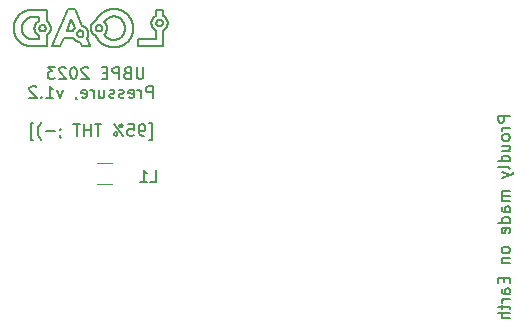
<source format=gbr>
%TF.GenerationSoftware,KiCad,Pcbnew,7.0.9*%
%TF.CreationDate,2023-12-11T15:29:27+01:00*%
%TF.ProjectId,MPX5100DP-THT-board,4d505835-3130-4304-9450-2d5448542d62,1.2*%
%TF.SameCoordinates,Original*%
%TF.FileFunction,Legend,Bot*%
%TF.FilePolarity,Positive*%
%FSLAX46Y46*%
G04 Gerber Fmt 4.6, Leading zero omitted, Abs format (unit mm)*
G04 Created by KiCad (PCBNEW 7.0.9) date 2023-12-11 15:29:27*
%MOMM*%
%LPD*%
G01*
G04 APERTURE LIST*
%ADD10C,0.200004*%
%ADD11C,0.150000*%
%ADD12C,0.120000*%
G04 APERTURE END LIST*
D10*
X49818386Y-27564926D02*
X49818386Y-27573813D01*
X59753459Y-26840072D02*
X59735498Y-26805536D01*
X57074814Y-27300996D02*
X57088098Y-27304106D01*
X52150832Y-27830398D02*
X52138669Y-27824820D01*
X56385412Y-27841095D02*
X56395998Y-27865540D01*
X52115329Y-27335663D02*
X52126828Y-27328956D01*
X55314487Y-28732024D02*
X55356221Y-28738626D01*
X57527118Y-29010617D02*
X57563108Y-29028342D01*
X58595592Y-29163984D02*
X58636774Y-29156534D01*
X57062574Y-26483520D02*
X57038006Y-26511111D01*
X56490857Y-27129589D02*
X56459463Y-27171022D01*
X57875930Y-26681121D02*
X57896976Y-26670577D01*
X59789823Y-28245522D02*
X59805273Y-28209270D01*
X62303413Y-26891286D02*
X62314555Y-26898531D01*
X56888609Y-27818669D02*
X56877110Y-27811962D01*
X52529143Y-27531414D02*
X52530890Y-27545348D01*
X56753526Y-27643394D02*
X56750459Y-27629923D01*
X50526156Y-27708705D02*
X50523766Y-27684138D01*
X51983455Y-27559486D02*
X51984516Y-27545348D01*
X50852743Y-28322174D02*
X50836088Y-28308709D01*
X51988678Y-27517703D02*
X51991745Y-27504232D01*
X58831882Y-26749383D02*
X58849931Y-26762876D01*
X55662000Y-28214412D02*
X55653846Y-28224933D01*
X61595635Y-27524358D02*
X61608654Y-27542839D01*
X57997859Y-28523261D02*
X57975438Y-28515797D01*
X59086304Y-27036138D02*
X59097619Y-27056226D01*
X61913520Y-27250148D02*
X61908019Y-27237813D01*
X56748043Y-27531414D02*
X56750459Y-27517703D01*
X50960870Y-28393655D02*
X50941873Y-28382854D01*
X62291913Y-27374292D02*
X62280073Y-27380443D01*
X49822514Y-27443240D02*
X49820221Y-27483439D01*
X52938329Y-27665464D02*
X52942730Y-27620044D01*
X58346388Y-26582578D02*
X58371670Y-26584086D01*
X51702958Y-27163655D02*
X51676612Y-27202979D01*
X56096134Y-27836071D02*
X56086545Y-27807722D01*
X52364573Y-27317227D02*
X52376737Y-27322805D01*
X57526444Y-28163644D02*
X57510831Y-28139189D01*
X62434227Y-27100971D02*
X62435287Y-27115109D01*
X61957786Y-27316659D02*
X61949154Y-27306554D01*
X51176760Y-26035102D02*
X51135181Y-26041095D01*
X55699899Y-28143547D02*
X55694981Y-28156192D01*
X56050968Y-27726178D02*
X56036936Y-27700263D01*
X52126828Y-27328956D02*
X52138669Y-27322805D01*
X62750711Y-26772787D02*
X62738877Y-26753437D01*
X51995447Y-27656607D02*
X51991745Y-27643394D01*
X51572979Y-27523156D02*
X51571188Y-27573812D01*
X52432359Y-27788684D02*
X52421985Y-27796952D01*
X62713424Y-26716033D02*
X62699832Y-26698006D01*
X55322927Y-28298822D02*
X55311087Y-28292671D01*
X52442324Y-27367695D02*
X52451862Y-27376917D01*
X59805273Y-28209270D02*
X59819918Y-28172658D01*
X56838985Y-28330679D02*
X56856501Y-28363128D01*
X62018665Y-27367586D02*
X62007523Y-27360341D01*
X57651523Y-26841960D02*
X57668220Y-26826128D01*
X54953541Y-27558732D02*
X54938238Y-27574927D01*
X62066637Y-27391009D02*
X62054168Y-27386021D01*
X57356972Y-28910979D02*
X57389697Y-28932374D01*
X59192784Y-27842508D02*
X59186642Y-27865851D01*
X50018799Y-26784820D02*
X50000673Y-26817526D01*
X57706328Y-26056832D02*
X57668259Y-26071238D01*
X58260296Y-28565955D02*
X58235240Y-28565059D01*
X59926216Y-27582700D02*
X59926216Y-27573813D01*
X62216369Y-27402252D02*
X62202849Y-27404702D01*
X59887948Y-27945767D02*
X59895980Y-27906761D01*
X56359186Y-27764971D02*
X56366985Y-27790789D01*
X59540622Y-26519480D02*
X59515262Y-26490471D01*
X57953258Y-28507736D02*
X57931317Y-28499078D01*
X55167712Y-28033489D02*
X55168773Y-28019350D01*
X58576858Y-28522010D02*
X58554204Y-28529094D01*
X50000673Y-28324703D02*
X50018799Y-28357626D01*
X56954077Y-28517836D02*
X56975586Y-28547277D01*
X50077764Y-28452827D02*
X50098947Y-28483373D01*
X54846332Y-27701452D02*
X54835531Y-27721236D01*
X62388735Y-27285115D02*
X62381078Y-27296034D01*
X62685681Y-26680448D02*
X62670985Y-26663372D01*
X62822193Y-26941349D02*
X62815638Y-26919068D01*
X55347560Y-28309388D02*
X55335090Y-28304400D01*
X56753526Y-27504232D02*
X56757228Y-27491019D01*
X52104187Y-27804718D02*
X52093420Y-27796952D01*
X52400076Y-27811962D02*
X52388577Y-27818669D01*
X62314555Y-27360341D02*
X62303413Y-27367586D01*
X56757228Y-27491019D02*
X56761546Y-27478081D01*
X55510575Y-28317520D02*
X55497291Y-28320631D01*
X55572835Y-28292671D02*
X55560995Y-28298822D01*
X57662192Y-28326626D02*
X57645919Y-28310871D01*
X56848828Y-26784224D02*
X56831349Y-26817333D01*
X52505222Y-27694525D02*
X52499156Y-27706532D01*
X55718285Y-27410163D02*
X55691154Y-27398745D01*
X57705998Y-27573813D02*
X57705004Y-27536060D01*
X51434762Y-26640621D02*
X51950963Y-26640621D01*
X57637055Y-29061586D02*
X57674956Y-29076875D01*
X55441961Y-28326290D02*
X55427833Y-28325928D01*
X52388577Y-27818669D02*
X52376737Y-27824820D01*
X55548832Y-27791229D02*
X55560995Y-27796807D01*
X57713288Y-29091190D02*
X57752050Y-29104530D01*
X61595635Y-26734514D02*
X61571367Y-26772787D01*
X51717082Y-28002896D02*
X51731819Y-28021313D01*
X50564164Y-27263620D02*
X50571257Y-27241461D01*
X57272504Y-27465436D02*
X57277422Y-27478081D01*
X52531951Y-27559486D02*
X52532308Y-27573813D01*
X58749727Y-26019542D02*
X58709694Y-26009091D01*
X54923452Y-27591621D02*
X54909197Y-27608799D01*
X56510818Y-28041277D02*
X56528619Y-28060446D01*
X57731241Y-28385099D02*
X57713387Y-28371165D01*
X50788464Y-26886388D02*
X50803949Y-26871582D01*
X56346522Y-27712110D02*
X56352357Y-27738737D01*
X51999765Y-27669545D02*
X51995447Y-27656607D01*
X50352037Y-28755827D02*
X50381172Y-28779518D01*
X52855956Y-27915687D02*
X52875884Y-27877111D01*
X62414059Y-27021059D02*
X62418977Y-27033704D01*
X50519507Y-27573813D02*
X50519774Y-27548494D01*
X51286633Y-28497816D02*
X51262914Y-28494485D01*
X55184023Y-28143547D02*
X55179705Y-28130609D01*
X57118518Y-28713491D02*
X57146063Y-28740733D01*
X50557589Y-27286023D02*
X50564164Y-27263620D01*
X62335696Y-27344307D02*
X62325321Y-27352575D01*
X50613978Y-28019939D02*
X50604572Y-27999756D01*
X57227867Y-26327386D02*
X57198402Y-26351986D01*
X52229633Y-27850850D02*
X52215893Y-27849079D01*
X50295733Y-26437174D02*
X50268565Y-26462872D01*
X57943979Y-25991165D02*
X57903269Y-25999632D01*
X59612244Y-26609853D02*
X59589112Y-26579172D01*
X59844795Y-27058065D02*
X59831801Y-27020698D01*
X49983312Y-26850803D02*
X49966717Y-26884650D01*
X58250621Y-29187882D02*
X58294940Y-29188381D01*
X62772528Y-26812716D02*
X62761933Y-26792551D01*
X50519507Y-27582700D02*
X50519507Y-27573813D01*
X62054168Y-26872850D02*
X62066637Y-26867862D01*
X52515640Y-27669545D02*
X52510722Y-27682190D01*
X52921161Y-27753498D02*
X52931109Y-27709981D01*
X51176758Y-29112337D02*
X51218797Y-29117474D01*
X52257702Y-27295336D02*
X52271830Y-27295699D01*
X51909580Y-28173981D02*
X51930056Y-28185753D01*
X56407471Y-27889484D02*
X56419808Y-27912905D01*
X59094410Y-28992476D02*
X59128934Y-28973456D01*
X57546164Y-26963683D02*
X57563410Y-26940686D01*
X56406084Y-27260834D02*
X56384425Y-27308879D01*
X58412070Y-28558598D02*
X58387355Y-28561356D01*
X59867903Y-27133783D02*
X59856829Y-27095760D01*
X51991745Y-27643394D02*
X51988678Y-27629923D01*
X62066637Y-26867862D02*
X62079396Y-26863483D01*
X61478192Y-27201814D02*
X61481008Y-27225484D01*
X59138632Y-28001939D02*
X59128904Y-28023632D01*
X51334897Y-28502929D02*
X51310627Y-28500630D01*
X52942730Y-27620044D02*
X52944217Y-27573813D01*
X59074572Y-27016379D02*
X59086304Y-27036138D01*
X60305989Y-28507004D02*
X60305989Y-29129131D01*
X61986382Y-27344307D02*
X61976417Y-27335553D01*
X52833766Y-27952790D02*
X52855956Y-27915687D01*
X59165013Y-27206025D02*
X59172757Y-27228599D01*
X55951795Y-27581532D02*
X55931975Y-27560162D01*
X51930056Y-28185753D02*
X51950963Y-28196828D01*
X59634634Y-26641088D02*
X59612244Y-26609853D01*
X56419808Y-27912905D02*
X56432990Y-27935784D01*
X58373891Y-25961242D02*
X58329960Y-25959743D01*
X56528619Y-28060446D02*
X56547117Y-28078922D01*
X56933232Y-28487896D02*
X56954077Y-28517836D01*
X55184023Y-27952083D02*
X55188941Y-27939438D01*
X58285592Y-28566254D02*
X58260296Y-28565955D01*
X59215481Y-27416244D02*
X59218418Y-27440561D01*
X55510575Y-27778108D02*
X55523604Y-27781862D01*
X50613978Y-27135014D02*
X50623794Y-27114795D01*
X58652091Y-26648842D02*
X58673546Y-26658101D01*
X52073081Y-27779930D02*
X52063544Y-27770709D01*
X49829854Y-27363933D02*
X49825726Y-27403404D01*
X59255930Y-26259013D02*
X59223817Y-26236942D01*
X50532518Y-27756896D02*
X50529074Y-27732958D01*
X57047554Y-27850850D02*
X57033611Y-27851926D01*
X56734764Y-26940143D02*
X56688317Y-26963840D01*
X55889776Y-27520036D02*
X55867456Y-27501340D01*
X52313033Y-27300996D02*
X52326316Y-27304106D01*
X50098947Y-28483373D02*
X50120892Y-28513326D01*
X49818844Y-27614793D02*
X49820221Y-27655413D01*
X62280073Y-27380443D02*
X62267910Y-27386021D01*
X55456088Y-28325928D02*
X55441961Y-28326290D01*
X57247180Y-27729492D02*
X57239523Y-27740411D01*
X58621273Y-28505977D02*
X58599215Y-28514305D01*
X54985649Y-27527895D02*
X54969349Y-27543050D01*
X58469854Y-26596121D02*
X58493664Y-26600627D01*
X49864260Y-27172075D02*
X49855544Y-27209710D01*
X56877110Y-27335663D02*
X56888609Y-27328956D01*
X61571367Y-26772787D02*
X61549550Y-26812716D01*
X61805676Y-27725245D02*
X61825085Y-27736751D01*
X55194442Y-28168526D02*
X55188941Y-28156192D01*
X61933343Y-26973756D02*
X61941000Y-26962838D01*
X59017450Y-26119851D02*
X58980786Y-26102880D01*
X49950887Y-28222360D02*
X49966716Y-28257071D01*
X59118995Y-27097390D02*
X59129056Y-27118464D01*
X56855201Y-27350673D02*
X56865968Y-27342907D01*
X55627173Y-29129131D02*
X56315734Y-29129131D01*
X52163301Y-27835386D02*
X52150832Y-27830398D01*
X57783784Y-26030983D02*
X57744837Y-26043413D01*
X62843886Y-27057058D02*
X62841069Y-27033388D01*
X50523766Y-27473994D02*
X50526156Y-27449647D01*
X55795963Y-27451072D02*
X55770719Y-27436357D01*
X58918326Y-26821455D02*
X58934483Y-26837250D01*
X59802935Y-26946946D02*
X59787177Y-26910778D01*
X57720510Y-26781288D02*
X57738671Y-26767226D01*
X51013199Y-26064596D02*
X50973453Y-26074269D01*
X59224827Y-27539686D02*
X59225094Y-27564925D01*
X59589112Y-26579172D02*
X59565239Y-26549048D01*
X57239523Y-27407215D02*
X57247180Y-27418133D01*
X55257340Y-27841697D02*
X55267304Y-27832943D01*
X54957967Y-28541649D02*
X54987437Y-28569656D01*
X55710986Y-28103925D02*
X55707919Y-28117396D01*
X52938329Y-27482161D02*
X52935066Y-27459784D01*
X56694301Y-28187054D02*
X56717602Y-28199216D01*
X61488952Y-26986813D02*
X61481008Y-27033388D01*
X52045818Y-27750931D02*
X52037664Y-27740411D01*
X59172757Y-27228599D02*
X59179966Y-27251373D01*
X57918379Y-26660470D02*
X57940032Y-26650892D01*
X55560995Y-27796807D02*
X55572835Y-27802958D01*
X56784644Y-27718193D02*
X56778030Y-27706532D01*
X61622246Y-26698006D02*
X61595635Y-26734514D01*
X62267910Y-27386021D02*
X62255440Y-27391009D01*
X57645527Y-27860028D02*
X57659280Y-27826856D01*
X56912613Y-27830398D02*
X56900450Y-27824820D01*
X61889598Y-27171835D02*
X61887851Y-27157901D01*
X51950963Y-26640621D02*
X51950963Y-26950796D01*
X57352079Y-26235979D02*
X57320077Y-26257783D01*
X51061707Y-26709055D02*
X51082984Y-26700817D01*
X50973453Y-26074269D02*
X50934164Y-26084860D01*
X51218797Y-29117474D02*
X51261298Y-29121674D01*
X56746296Y-27602278D02*
X56745236Y-27588139D01*
X55233694Y-28711394D02*
X55273618Y-28722920D01*
X52215893Y-27298546D02*
X52229633Y-27296775D01*
X58965679Y-26870216D02*
X58980753Y-26887324D01*
X55689480Y-27927103D02*
X55694981Y-27939438D01*
X57484269Y-27061299D02*
X57498659Y-27036037D01*
X57260938Y-27706532D02*
X57254324Y-27718193D01*
X62105709Y-27402252D02*
X62092425Y-27399142D01*
X55455399Y-28743967D02*
X55462091Y-28743879D01*
X56822138Y-28297727D02*
X56838985Y-28330679D01*
X62345661Y-26923318D02*
X62355198Y-26932540D01*
X52045818Y-27396694D02*
X52054450Y-27386589D01*
X59224026Y-27514629D02*
X59224827Y-27539686D01*
X56601888Y-27021188D02*
X56562232Y-27054505D01*
X58122327Y-26596511D02*
X58146241Y-26592495D01*
X50603379Y-28925813D02*
X50637721Y-28943901D01*
X51664422Y-27924279D02*
X51676612Y-27944644D01*
X52073081Y-27367695D02*
X52083046Y-27358941D01*
X58460625Y-28551234D02*
X58436494Y-28555224D01*
X58685728Y-28477348D02*
X58664489Y-28487451D01*
X52083046Y-27358941D02*
X52093420Y-27350673D01*
X49847745Y-27891654D02*
X49855544Y-27929792D01*
X58170404Y-26589096D02*
X58194816Y-26586315D01*
X52658301Y-27008423D02*
X52622870Y-26984273D01*
X56032865Y-28402894D02*
X56044657Y-28381864D01*
X57985130Y-25983690D02*
X57943979Y-25991165D01*
X56111731Y-27894343D02*
X56104539Y-27864954D01*
X58735853Y-26688854D02*
X58755836Y-26700034D01*
X62435287Y-27143763D02*
X62434227Y-27157901D01*
X56084627Y-28293434D02*
X56092739Y-28270329D01*
X49818844Y-27524002D02*
X49818386Y-27564926D01*
X57146063Y-28740733D02*
X57174253Y-28767246D01*
X50143600Y-28542685D02*
X50167070Y-28571453D01*
X57183767Y-27350673D02*
X57194141Y-27358941D01*
X62423295Y-27046642D02*
X62426997Y-27059855D01*
X51053401Y-26055843D02*
X51013199Y-26064596D01*
X59108097Y-28065932D02*
X59097018Y-28086542D01*
X58992250Y-28238695D02*
X58977142Y-28256149D01*
X59756611Y-28316235D02*
X59773602Y-28281177D01*
X57909615Y-28489822D02*
X57888229Y-28480035D01*
X58727139Y-28455846D02*
X58706611Y-28466813D01*
X62699832Y-26698006D02*
X62685681Y-26680448D01*
X62435287Y-27115109D02*
X62435645Y-27129436D01*
X57288706Y-26280285D02*
X57257969Y-26303486D01*
X58977142Y-28256149D02*
X58961590Y-28273262D01*
X57599753Y-29045332D02*
X57637055Y-29061586D01*
X58628338Y-25991165D02*
X58587014Y-25983690D01*
X49935824Y-28187053D02*
X49950887Y-28222360D01*
X57267003Y-27453101D02*
X57272504Y-27465436D01*
X55483771Y-28323081D02*
X55470031Y-28324852D01*
X58098663Y-26601146D02*
X58122327Y-26596511D01*
X57870916Y-29138678D02*
X57911396Y-29148099D01*
X55200507Y-27915096D02*
X55207121Y-27903434D01*
X51435930Y-29129131D02*
X52622870Y-29129131D01*
X59203465Y-27795290D02*
X59198391Y-27818988D01*
X57113844Y-26429986D02*
X57087853Y-26456479D01*
X59593244Y-28575290D02*
X59616313Y-28544986D01*
X56627640Y-28145468D02*
X56649298Y-28160159D01*
X58285592Y-25959243D02*
X58241337Y-25959743D01*
X57320077Y-26257783D02*
X57288706Y-26280285D01*
X50623794Y-28039773D02*
X50613978Y-28019939D01*
X56766464Y-27682190D02*
X56761546Y-27669545D01*
X56997757Y-28576219D02*
X57020589Y-28604665D01*
X50216296Y-26516238D02*
X50191303Y-26543784D01*
X52352104Y-27835386D02*
X52339346Y-27839765D01*
X52469588Y-27750931D02*
X52460956Y-27761036D01*
X50923266Y-28371606D02*
X50905050Y-28359914D01*
X51991745Y-27504232D02*
X51995447Y-27491019D01*
X57281740Y-27656607D02*
X57277422Y-27669545D01*
X55653846Y-28224933D02*
X55645214Y-28235038D01*
X58986994Y-29045352D02*
X59023441Y-29028423D01*
X62079396Y-26863483D02*
X62092425Y-26859729D01*
X59179966Y-27889016D02*
X59172757Y-27912004D01*
X57630989Y-27257086D02*
X57614250Y-27225883D01*
X59831801Y-27020698D02*
X59817848Y-26983659D01*
X56834862Y-27779930D02*
X56825324Y-27770709D01*
X57645919Y-28310871D02*
X57630041Y-28294663D01*
X56991002Y-26567943D02*
X56968565Y-26597185D01*
X57254324Y-27429432D02*
X57260938Y-27441094D01*
X54869745Y-27663096D02*
X54857741Y-27682068D01*
X58006508Y-26625865D02*
X58029170Y-26618758D01*
X56717602Y-28199216D02*
X56741408Y-28210493D01*
X52530890Y-27602278D02*
X52529143Y-27616212D01*
X56477387Y-28000945D02*
X56493734Y-28021436D01*
X50472498Y-28846417D02*
X50504243Y-28867320D01*
X51869977Y-28148405D02*
X51889548Y-28161526D01*
X51578269Y-27674144D02*
X51582187Y-27698576D01*
X50586989Y-27197870D02*
X50595575Y-27176554D01*
X56867014Y-26751669D02*
X56848828Y-26784224D01*
X59220822Y-27674084D02*
X59218418Y-27698689D01*
X52926470Y-27415755D02*
X52921161Y-27394127D01*
X54791089Y-27825626D02*
X54290662Y-27825626D01*
X59833618Y-28135700D02*
X59846374Y-28098397D01*
X52451862Y-27770709D02*
X52442324Y-27779930D01*
X57768132Y-28411595D02*
X57749490Y-28398576D01*
X62761933Y-26792551D02*
X62750711Y-26772787D01*
X58912826Y-28322062D02*
X58895860Y-28337432D01*
X58828508Y-26043413D02*
X58789331Y-26030983D01*
X50856950Y-29037356D02*
X50895329Y-29050035D01*
X61996756Y-26906296D02*
X62007523Y-26898531D01*
X61499885Y-27317523D02*
X61506440Y-27339804D01*
X51135179Y-29106262D02*
X51176758Y-29112337D01*
X51832277Y-27027399D02*
X51796602Y-27058057D01*
X58329960Y-25959743D02*
X58285592Y-25959243D01*
X55207121Y-27903434D02*
X55214265Y-27892135D01*
X57183767Y-27796952D02*
X57173000Y-27804718D01*
X59062422Y-26996949D02*
X59074572Y-27016379D01*
X56688317Y-26963840D02*
X56643971Y-26990911D01*
X62623759Y-26615172D02*
X62607016Y-26600161D01*
X54798659Y-27804066D02*
X54791089Y-27825626D01*
X59192784Y-27297511D02*
X59198391Y-27320873D01*
X57033611Y-27295699D02*
X57047554Y-27296775D01*
X51592496Y-27746549D02*
X51598854Y-27770060D01*
X61715061Y-27658711D02*
X61732282Y-27673173D01*
X56893535Y-28426515D02*
X56913051Y-28457456D01*
X54806901Y-27782832D02*
X54798659Y-27804066D01*
X62255440Y-27391009D02*
X62242682Y-27395388D01*
X61919585Y-26996717D02*
X61926199Y-26985055D01*
X62146911Y-27407549D02*
X62132969Y-27406473D01*
X56127786Y-28016349D02*
X56125738Y-27985239D01*
X57630041Y-28294663D02*
X57614561Y-28278002D01*
X62572110Y-26571802D02*
X62553973Y-26558481D01*
X52063544Y-27770709D02*
X52054450Y-27761036D01*
X59165013Y-27934818D02*
X59156735Y-27957457D01*
X52724231Y-28084592D02*
X52754545Y-28054323D01*
X56937840Y-27839765D02*
X56925082Y-27835386D01*
X58677507Y-29148099D02*
X58717790Y-29138678D01*
X50788464Y-28265672D02*
X50773370Y-28250449D01*
X52054450Y-27386589D02*
X52063544Y-27376917D01*
X55085053Y-28642682D02*
X55120394Y-28663091D01*
X62640011Y-26630720D02*
X62623759Y-26615172D01*
X58842824Y-28380872D02*
X58824433Y-28394465D01*
X51578269Y-27473480D02*
X51572979Y-27523156D01*
X50578865Y-27219544D02*
X50586989Y-27197870D01*
X59260645Y-28890381D02*
X59291981Y-28867859D01*
X51832277Y-28120225D02*
X51850881Y-28134633D01*
X58068760Y-25971723D02*
X58026724Y-25977209D01*
X58980753Y-26887324D02*
X58995409Y-26904766D01*
X57222737Y-27761036D02*
X57213644Y-27770709D01*
X55820520Y-27466828D02*
X55795963Y-27451072D01*
X56745236Y-27559486D02*
X56746296Y-27545348D01*
X55691154Y-27398745D02*
X55663453Y-27388485D01*
X56741408Y-28210493D02*
X56765698Y-28220863D01*
X61499885Y-26941349D02*
X61488952Y-26986813D01*
X57961939Y-26641932D02*
X57984097Y-26633589D01*
X51310627Y-26647364D02*
X51334897Y-26644940D01*
X55694981Y-27939438D02*
X55699899Y-27952083D01*
X57138518Y-27322805D02*
X57150359Y-27328956D01*
X62837478Y-27009968D02*
X62833126Y-26986813D01*
X51575194Y-27649436D02*
X51578269Y-27674144D01*
X50551532Y-27849525D02*
X50545995Y-27826835D01*
X59519545Y-28662650D02*
X59544857Y-28634122D01*
X59224827Y-27599159D02*
X59224026Y-27624319D01*
X57423073Y-28953035D02*
X57457101Y-28972963D01*
X62414059Y-27237813D02*
X62408558Y-27250148D01*
X57222737Y-27386589D02*
X57231369Y-27396694D01*
X59048215Y-28165424D02*
X59034894Y-28184263D01*
X56750459Y-27629923D02*
X56748043Y-27616212D01*
X49921603Y-26989460D02*
X49908299Y-27025238D01*
X58786583Y-28420331D02*
X58767124Y-28432606D01*
X51631963Y-27287064D02*
X51613905Y-27331574D01*
X56671526Y-28174028D02*
X56694301Y-28187054D01*
X56900450Y-27824820D02*
X56888609Y-27818669D01*
X62146911Y-26851322D02*
X62161039Y-26850960D01*
X55413891Y-28324852D02*
X55400151Y-28323081D01*
X56856501Y-28363128D02*
X56874685Y-28395073D01*
X59061088Y-28146234D02*
X59048215Y-28165424D01*
X55386631Y-28320631D02*
X55373347Y-28317520D01*
X56461801Y-27979825D02*
X56477387Y-28000945D01*
X52510722Y-27465436D02*
X52515640Y-27478081D01*
X51304260Y-29124938D02*
X51347686Y-29127269D01*
X59222691Y-27489755D02*
X59224026Y-27514629D01*
X57744837Y-26043413D02*
X57706328Y-26056832D01*
X56086545Y-27807722D02*
X56075802Y-27779936D01*
X51135181Y-26041095D02*
X51094062Y-26048009D01*
X56912613Y-27317227D02*
X56925082Y-27312239D01*
X62007523Y-26898531D02*
X62018665Y-26891286D01*
X55311087Y-28292671D02*
X55299587Y-28285964D01*
X62381078Y-27296034D02*
X62372924Y-27306554D01*
X59434807Y-26406899D02*
X59406644Y-26380405D01*
X55497291Y-28320631D02*
X55483771Y-28323081D01*
X62303413Y-27367586D02*
X62291913Y-27374292D01*
X56877110Y-27811962D02*
X56865968Y-27804718D01*
X62325321Y-26906296D02*
X62335696Y-26914564D01*
X57150359Y-27818669D02*
X57138518Y-27824820D01*
X57093048Y-28687026D02*
X57118518Y-28713491D01*
X56351984Y-27410413D02*
X56341529Y-27463566D01*
X54895486Y-27626447D02*
X54882331Y-27644550D01*
X62845914Y-27177907D02*
X62847553Y-27129436D01*
X61926199Y-26985055D02*
X61933343Y-26973756D01*
X61926199Y-27273816D02*
X61919585Y-27262155D01*
X50852743Y-26829712D02*
X50869789Y-26816606D01*
X58197527Y-25961242D02*
X58154161Y-25963739D01*
X51999765Y-27478081D02*
X52004683Y-27465436D01*
X51040759Y-28432381D02*
X51020201Y-28423373D01*
X59918497Y-27409166D02*
X59914157Y-27368835D01*
X62161039Y-26850960D02*
X62175166Y-26851322D01*
X55373347Y-28317520D02*
X55360318Y-28313767D01*
X62364292Y-26942212D02*
X62372924Y-26952317D01*
X57984097Y-26633589D02*
X58006508Y-26625865D01*
X59023467Y-26940645D02*
X59036870Y-26959082D01*
X50242050Y-26489267D02*
X50216296Y-26516238D01*
X55322927Y-27796807D02*
X55335090Y-27791229D01*
X61966879Y-27326332D02*
X61957786Y-27316659D01*
X50504244Y-26277085D02*
X50472498Y-26297837D01*
X57738671Y-26767226D02*
X57757195Y-26753605D01*
X50037690Y-28389954D02*
X50057345Y-28421688D01*
X59878972Y-27984435D02*
X59887948Y-27945767D01*
X56885908Y-26719667D02*
X56867014Y-26751669D01*
X51731819Y-28021313D02*
X51747156Y-28039205D01*
X50295732Y-28706370D02*
X50323557Y-28731444D01*
X58767124Y-28432606D02*
X58747310Y-28444444D01*
X50057346Y-26721123D02*
X50037690Y-26752685D01*
X61898783Y-27212230D02*
X61895081Y-27199017D01*
X55230076Y-27870696D02*
X55238708Y-27860591D01*
X61886791Y-27143763D02*
X61886433Y-27129436D01*
X59021126Y-28202754D02*
X59006911Y-28220897D01*
X55288445Y-28278720D02*
X55277679Y-28270954D01*
X55257340Y-28253932D02*
X55247802Y-28244710D01*
X61908019Y-27237813D02*
X61903101Y-27225168D01*
X52004683Y-27682190D02*
X51999765Y-27669545D01*
X55168773Y-28076280D02*
X55167712Y-28062141D01*
X58484462Y-28546627D02*
X58460625Y-28551234D01*
X62726443Y-27524358D02*
X62750711Y-27486085D01*
X54698481Y-26816891D02*
X54985648Y-27527895D01*
X59179966Y-27251373D02*
X59186642Y-27274344D01*
X55704217Y-28130609D02*
X55699899Y-28143547D01*
X51148425Y-26679241D02*
X51170778Y-26673099D01*
X62229653Y-27399142D02*
X62216369Y-27402252D01*
X61908019Y-27021059D02*
X61913520Y-27008724D01*
X62092425Y-26859729D02*
X62105709Y-26856619D01*
X56784644Y-27429432D02*
X56791788Y-27418133D01*
X58111239Y-25967233D02*
X58068760Y-25971723D01*
X52519959Y-27656607D02*
X52515640Y-27669545D01*
X55386631Y-27774998D02*
X55400151Y-27772548D01*
X51193403Y-28481370D02*
X51170778Y-28475952D01*
X49822514Y-27695675D02*
X49825726Y-27735580D01*
X62119229Y-27404702D02*
X62105709Y-27402252D01*
X56807599Y-27396694D02*
X56816231Y-27386589D01*
X59895359Y-27249825D02*
X59887169Y-27210815D01*
X55207121Y-28192195D02*
X55200507Y-28180533D01*
X52944217Y-27573813D02*
X52943843Y-27550602D01*
X56831349Y-26817333D02*
X56814576Y-26850996D01*
X50672710Y-28961280D02*
X50708345Y-28977949D01*
X58503067Y-25971723D02*
X58460443Y-25967233D01*
X57068236Y-28660067D02*
X57093048Y-28687026D01*
X57581344Y-26918236D02*
X57599955Y-26896329D01*
X57702715Y-26795793D02*
X57720510Y-26781288D01*
X52411218Y-27342907D02*
X52421985Y-27350673D01*
X56112300Y-28198880D02*
X56117174Y-28174405D01*
X57993640Y-29163984D02*
X58035404Y-29170447D01*
X59773602Y-28281177D02*
X59789823Y-28245522D01*
X58608298Y-26632098D02*
X58630342Y-26640174D01*
X52093420Y-27796952D02*
X52083046Y-27788684D01*
X58717790Y-29138678D02*
X58757620Y-29128276D01*
X57451858Y-26174752D02*
X57417971Y-26194464D01*
X58636774Y-29156534D02*
X58677507Y-29148099D01*
X50521904Y-27659254D02*
X50520573Y-27634054D01*
X52935066Y-27459784D02*
X52931109Y-27437645D01*
X57292672Y-27602278D02*
X57290925Y-27616212D01*
X59224026Y-27624319D02*
X59222691Y-27649294D01*
X59034894Y-28184263D02*
X59021126Y-28202754D01*
X52037664Y-27407215D02*
X52045818Y-27396694D01*
X57678862Y-28341928D02*
X57662192Y-28326626D01*
X52022863Y-27718193D02*
X52016250Y-27706532D01*
X55170520Y-28005416D02*
X55172936Y-27991705D01*
X50887224Y-26803926D02*
X50905050Y-26791672D01*
X62372924Y-26952317D02*
X62381078Y-26962838D01*
X56925819Y-26657322D02*
X56905509Y-26688219D01*
X50980257Y-26746934D02*
X51000034Y-26736820D01*
X56315734Y-29129131D02*
X56020386Y-28423461D01*
X55120394Y-28663091D02*
X55157001Y-28681399D01*
X59924285Y-27490825D02*
X59921873Y-27449830D01*
X52526727Y-27629923D02*
X52523660Y-27643394D01*
X57173000Y-27804718D02*
X57161858Y-27811962D01*
X57553547Y-28011368D02*
X57574867Y-27983208D01*
X57074814Y-27846629D02*
X57061294Y-27849079D01*
X61539595Y-27425605D02*
X61549550Y-27446156D01*
X56606571Y-28129978D02*
X56627640Y-28145468D01*
X59156735Y-27957457D02*
X59147909Y-27979881D01*
X57204106Y-27367695D02*
X57213644Y-27376917D01*
X58995409Y-26904766D02*
X59009647Y-26922539D01*
X50708346Y-26167357D02*
X50672711Y-26183887D01*
X61583201Y-27505435D02*
X61595635Y-27524358D01*
X61651093Y-26663372D02*
X61622246Y-26698006D01*
X51262914Y-26653816D02*
X51286633Y-26650323D01*
X59544857Y-28634122D02*
X59569425Y-28605002D01*
X56825324Y-27376917D02*
X56834862Y-27367695D01*
X58294940Y-29188381D02*
X58339202Y-29187882D01*
X62030165Y-27374292D02*
X62018665Y-27367586D01*
X50441403Y-28824814D02*
X50472498Y-28846417D01*
X62030165Y-26884579D02*
X62042005Y-26878428D01*
X59097018Y-28086542D02*
X59085490Y-28106794D01*
X62092425Y-27399142D02*
X62079396Y-27395388D01*
X61919585Y-27262155D02*
X61913520Y-27250148D01*
X51796602Y-27058057D02*
X51763075Y-27091069D01*
X57126355Y-27317227D02*
X57138518Y-27322805D01*
X50242049Y-28654205D02*
X50268564Y-28680607D01*
X57619235Y-26874956D02*
X57635195Y-26858236D01*
X52093420Y-27350673D02*
X52104187Y-27342907D01*
X62054168Y-27386021D02*
X62042005Y-27380443D01*
X59716801Y-26771548D02*
X59697366Y-26738107D01*
X51239470Y-26657841D02*
X51262914Y-26653816D01*
X58757620Y-29128276D02*
X58796995Y-29116892D01*
X59858185Y-28060751D02*
X59869051Y-28022764D01*
X52271830Y-27295699D02*
X52285772Y-27296775D01*
X50381172Y-28779518D02*
X50410961Y-28802514D01*
X50773370Y-28250449D02*
X50758674Y-28234830D01*
X56566288Y-28096684D02*
X56586114Y-28113709D01*
X62791786Y-26854192D02*
X62782483Y-26833267D01*
X57257969Y-26303486D02*
X57227867Y-26327386D01*
X56778030Y-27706532D02*
X56771965Y-27694525D01*
X52176059Y-27307860D02*
X52189089Y-27304106D01*
X59006911Y-28220897D02*
X58992250Y-28238695D01*
X57231369Y-27396694D02*
X57239523Y-27407215D01*
X62640011Y-27628152D02*
X62670985Y-27595500D01*
X61887851Y-27100971D02*
X61889598Y-27087037D01*
X51613905Y-27331574D02*
X51598854Y-27377564D01*
X56816231Y-27761036D02*
X56807599Y-27750931D01*
X62132969Y-27406473D02*
X62119229Y-27404702D01*
X57088098Y-27304106D02*
X57101128Y-27307860D01*
X59462307Y-26434135D02*
X59434807Y-26406899D01*
X50323557Y-28731444D02*
X50352037Y-28755827D01*
X51193403Y-26667484D02*
X51216300Y-26662398D01*
X52809405Y-27159298D02*
X52782967Y-27125423D01*
X50637721Y-28943901D02*
X50672710Y-28961280D01*
X56950870Y-27843519D02*
X56937840Y-27839765D01*
X56977674Y-27298546D02*
X56991414Y-27296775D01*
X61898783Y-27046642D02*
X61903101Y-27033704D01*
X52884970Y-27290325D02*
X52875884Y-27270515D01*
X50623794Y-27114795D02*
X50634019Y-27094945D01*
X61957786Y-26942212D02*
X61966879Y-26932540D01*
X51262914Y-28494485D02*
X51239470Y-28490635D01*
X61966879Y-26932540D02*
X61976417Y-26923318D01*
X58878537Y-28352357D02*
X58860858Y-28366836D01*
X52138669Y-27824820D02*
X52126828Y-27818669D01*
X52530890Y-27545348D02*
X52531951Y-27559486D01*
X57594776Y-27953943D02*
X57613223Y-27923623D01*
X55356221Y-28738626D02*
X55398739Y-28742647D01*
X61892014Y-27185546D02*
X61889598Y-27171835D01*
X50667144Y-27037635D02*
X50679001Y-27019286D01*
X52940888Y-27504765D02*
X52938329Y-27482161D01*
X55699899Y-27952083D02*
X55704217Y-27965021D01*
X58553963Y-29170447D02*
X58595592Y-29163984D01*
X57061294Y-27849079D02*
X57047554Y-27850850D01*
X52833766Y-27194835D02*
X52809405Y-27159298D01*
X56991414Y-27850850D02*
X56977674Y-27849079D01*
X62381078Y-26962838D02*
X62388735Y-26973756D01*
X58669232Y-25999632D02*
X58628338Y-25991165D01*
X51598854Y-27377564D02*
X51586935Y-27424907D01*
X57795331Y-26727684D02*
X57814941Y-26715384D01*
X51984516Y-27545348D02*
X51986263Y-27531414D01*
X57384711Y-26214873D02*
X57352079Y-26235979D01*
X59059246Y-29010798D02*
X59094410Y-28992476D01*
X58563328Y-26617725D02*
X58585960Y-26624615D01*
X61530292Y-27404680D02*
X61539595Y-27425605D01*
X50836088Y-28308709D02*
X50819823Y-28294803D01*
X59909208Y-27827740D02*
X59914405Y-27787728D01*
X59129056Y-27118464D02*
X59138700Y-27139865D01*
X57457101Y-28972963D02*
X57491783Y-28992157D01*
X57231369Y-27750931D02*
X57222737Y-27761036D01*
X59162819Y-28953737D02*
X59196065Y-28933319D01*
X52063544Y-27376917D02*
X52073081Y-27367695D01*
X50323558Y-26412184D02*
X50295733Y-26437174D01*
X52054450Y-27761036D02*
X52045818Y-27750931D01*
X52010184Y-27453101D02*
X52016250Y-27441094D01*
X50564164Y-27893977D02*
X50557589Y-27871905D01*
X61786678Y-26545752D02*
X61749968Y-26571802D01*
X55606456Y-27371561D02*
X55577218Y-27364956D01*
X62216369Y-26856619D02*
X62229653Y-26859729D01*
X59895980Y-27906761D02*
X59903066Y-27867418D01*
X59914157Y-27368835D02*
X59908854Y-27328834D01*
X50545995Y-27826835D02*
X50540980Y-27803834D01*
X59377819Y-26354651D02*
X59348334Y-26329636D01*
X58905580Y-26071238D02*
X58867257Y-26056832D01*
X55560995Y-28298822D02*
X55548832Y-28304400D01*
X50758674Y-26917258D02*
X50773370Y-26901619D01*
X59287388Y-26281819D02*
X59255930Y-26259013D01*
X51983098Y-27573813D02*
X51983455Y-27559486D01*
X50934163Y-29061767D02*
X50973452Y-29072553D01*
X51747156Y-28039205D02*
X51763075Y-28056554D01*
X57635195Y-26858236D02*
X57651523Y-26841960D01*
X52257702Y-27852288D02*
X52243575Y-27851926D01*
X57975438Y-28515797D02*
X57953258Y-28507736D01*
X61513701Y-26897106D02*
X61499885Y-26941349D01*
X58961590Y-28273262D02*
X58945691Y-28289978D01*
X62105709Y-26856619D02*
X62119229Y-26854169D01*
X55441960Y-28744004D02*
X55455399Y-28743967D01*
X57826417Y-28447893D02*
X57806596Y-28436254D01*
X51384271Y-26641703D02*
X51409377Y-26640892D01*
X59656284Y-26672876D02*
X59634634Y-26641088D01*
X61506440Y-27339804D02*
X61513701Y-27361766D01*
X58715478Y-26678138D02*
X58735853Y-26688854D01*
X50730494Y-26949716D02*
X50744381Y-26933292D01*
X62822193Y-27317523D02*
X62833126Y-27272059D01*
X56964154Y-27846629D02*
X56950870Y-27843519D01*
X56778030Y-27441094D02*
X56784644Y-27429432D01*
X56586114Y-28113709D02*
X56606571Y-28129978D01*
X52150832Y-27317227D02*
X52163301Y-27312239D01*
X52339346Y-27839765D02*
X52326316Y-27843519D01*
X59128904Y-28023632D02*
X59118726Y-28044962D01*
X59638629Y-28514089D02*
X59660191Y-28482599D01*
X57713387Y-28371165D02*
X57695927Y-28356774D01*
X50120892Y-28513326D02*
X50143600Y-28542685D01*
X56783148Y-26919986D02*
X56734764Y-26940143D01*
X52754545Y-27093303D02*
X52724231Y-27063033D01*
X51986263Y-27616212D02*
X51984516Y-27602278D01*
X61474524Y-27129436D02*
X61474936Y-27153776D01*
X52908580Y-27795922D02*
X52921161Y-27753498D01*
X55277679Y-27824675D02*
X55288445Y-27816910D01*
X52754545Y-28054323D02*
X52782967Y-28022203D01*
X57506882Y-28064164D02*
X57530869Y-28038371D01*
X51613905Y-27816049D02*
X51622566Y-27838497D01*
X58860858Y-28366836D02*
X58842824Y-28380872D01*
X51763075Y-28056554D02*
X51779562Y-28073347D01*
X58673546Y-26658101D02*
X58694710Y-26667887D01*
X50667144Y-28115618D02*
X50655694Y-28097182D01*
X59856829Y-27095760D02*
X59844795Y-27058065D01*
X59565239Y-26549048D02*
X59540622Y-26519480D01*
X52692119Y-28112917D02*
X52724231Y-28084592D01*
X49966716Y-28257071D02*
X49983312Y-28291185D01*
X61682067Y-27628152D02*
X61698319Y-27643700D01*
X57614561Y-28278002D02*
X57595609Y-28256186D01*
X58912370Y-29076875D02*
X58949904Y-29061586D01*
X49825726Y-27403404D02*
X49822514Y-27443240D01*
X59009647Y-26922539D02*
X59023467Y-26940645D01*
X55267304Y-28262686D02*
X55257340Y-28253932D01*
X62355198Y-27326332D02*
X62345661Y-27335553D01*
X51126342Y-28463537D02*
X51104528Y-28456536D01*
X58219476Y-26584152D02*
X58244384Y-26582607D01*
X62079396Y-27395388D02*
X62066637Y-27391009D01*
X51582187Y-27698576D02*
X51586935Y-27722716D01*
X51586935Y-27424907D02*
X51578269Y-27473480D01*
X56900450Y-27322805D02*
X56912613Y-27317227D01*
X52875884Y-27270515D02*
X52855956Y-27231939D01*
X58540401Y-26611430D02*
X58563328Y-26617725D01*
X55214265Y-27892135D02*
X55221922Y-27881217D01*
X56834862Y-27367695D02*
X56844827Y-27358941D01*
X55168773Y-28019350D02*
X55170520Y-28005416D01*
X59921873Y-27449830D02*
X59918497Y-27409166D01*
X55427833Y-27769701D02*
X55441961Y-27769339D01*
X55051060Y-28620253D02*
X55085053Y-28642682D01*
X58469376Y-29180401D02*
X58511891Y-29175919D01*
X49908299Y-28115270D02*
X49921603Y-28151332D01*
X55683415Y-27915096D02*
X55689480Y-27927103D01*
X57262697Y-28842403D02*
X57293473Y-28865994D01*
X57088098Y-27843519D02*
X57074814Y-27846629D01*
X53769495Y-29129131D02*
X54049651Y-28447753D01*
X56799445Y-27407215D02*
X56807599Y-27396694D01*
X62808376Y-26897106D02*
X62800421Y-26875476D01*
X51571188Y-27573812D02*
X51571639Y-27599254D01*
X57599955Y-26896329D02*
X57619235Y-26874956D01*
X50691265Y-27001317D02*
X50703935Y-26983731D01*
X59318190Y-26305359D02*
X59287388Y-26281819D01*
X50472498Y-26297837D02*
X50441404Y-26319295D01*
X50604572Y-27155602D02*
X50613978Y-27135014D01*
X57903269Y-25999632D02*
X57863000Y-26009091D01*
X58934483Y-26837250D02*
X58950267Y-26853504D01*
X50216295Y-28627212D02*
X50242049Y-28654205D01*
X52010184Y-27694525D02*
X52004683Y-27682190D01*
X57576346Y-27166500D02*
X57555283Y-27138426D01*
X50923266Y-26779846D02*
X50941873Y-26768447D01*
X58943478Y-26086632D02*
X58905580Y-26071238D01*
X57101128Y-27307860D02*
X57113886Y-27312239D01*
X57574867Y-27983208D02*
X57594776Y-27953943D01*
X57005357Y-27295699D02*
X57019484Y-27295336D01*
X52622870Y-28163352D02*
X52658301Y-28139202D01*
X61768104Y-27700391D02*
X61786678Y-27713120D01*
X52400076Y-27335663D02*
X52411218Y-27342907D01*
X50679001Y-28133704D02*
X50667144Y-28115618D01*
X51000034Y-26736820D02*
X51020201Y-26727135D01*
X56005788Y-27650514D02*
X55988731Y-27626738D01*
X59410982Y-28770733D02*
X59439151Y-28744687D01*
X57952304Y-29156534D02*
X57993640Y-29163984D01*
X57863000Y-26009091D02*
X57823172Y-26019542D01*
X57260938Y-27441094D02*
X57267003Y-27453101D01*
X59515262Y-26490471D02*
X59489157Y-26462022D01*
X56075802Y-27779936D02*
X56063933Y-27752745D01*
X49966717Y-26884650D02*
X49950887Y-26919068D01*
X51586935Y-27722716D02*
X51592496Y-27746549D01*
X57532882Y-27111499D02*
X57509193Y-27085772D01*
X55635210Y-27379414D02*
X55606456Y-27371561D01*
X57791243Y-29116892D02*
X57830865Y-29128276D01*
X57290925Y-27531414D02*
X57292672Y-27545348D01*
X62535399Y-27713120D02*
X62572110Y-27687070D01*
X57659280Y-27826856D02*
X57671367Y-27792836D01*
X56865968Y-27342907D02*
X56877110Y-27335663D01*
X54969349Y-27543050D02*
X54953541Y-27558732D01*
X57020589Y-28604665D02*
X57044083Y-28632614D01*
X57113886Y-27835386D02*
X57101128Y-27839765D01*
X55468837Y-28743708D02*
X55627173Y-29129131D01*
X55536362Y-27786241D02*
X55548832Y-27791229D01*
X56791788Y-27418133D02*
X56799445Y-27407215D01*
X61494051Y-27294937D02*
X61499885Y-27317523D01*
X61476163Y-27177907D02*
X61478192Y-27201814D01*
X52176059Y-27839765D02*
X52163301Y-27835386D01*
X55606244Y-28270954D02*
X55595477Y-28278720D01*
X50679001Y-27019286D02*
X50691265Y-27001317D01*
X58929437Y-28306244D02*
X58912826Y-28322062D01*
X55707919Y-27978234D02*
X55710986Y-27991705D01*
X57749490Y-28398576D02*
X57731241Y-28385099D01*
X56975586Y-28547277D02*
X56997757Y-28576219D01*
X58075248Y-26606399D02*
X58098663Y-26601146D01*
X58235240Y-28565059D02*
X58210424Y-28563567D01*
X51094060Y-29099247D02*
X51135179Y-29106262D01*
X61513701Y-27361766D02*
X61521657Y-27383396D01*
X57697109Y-27686209D02*
X57702013Y-27649316D01*
X59220822Y-27465065D02*
X59222691Y-27489755D01*
X57389697Y-28932374D02*
X57423073Y-28953035D01*
X62018665Y-26891286D02*
X62030165Y-26884579D01*
X57113886Y-27312239D02*
X57126355Y-27317227D01*
X54930167Y-28511942D02*
X54957967Y-28541649D01*
X55167355Y-28047815D02*
X55167712Y-28033489D01*
X57690497Y-27426118D02*
X57681992Y-27390751D01*
X52083046Y-27788684D02*
X52073081Y-27779930D01*
X51984516Y-27602278D02*
X51983455Y-27588139D01*
X55663453Y-27388485D02*
X55635210Y-27379414D01*
X62402493Y-27262155D02*
X62395879Y-27273816D01*
X56748043Y-27616212D02*
X56746296Y-27602278D01*
X54938238Y-27574927D02*
X54923452Y-27591621D01*
X52364573Y-27830398D02*
X52352104Y-27835386D01*
X57695927Y-28356774D02*
X57678862Y-28341928D01*
X56765698Y-28220863D02*
X56790452Y-28230305D01*
X51391577Y-26018956D02*
X51347687Y-26020341D01*
X61682067Y-26630720D02*
X61651093Y-26663372D01*
X57867234Y-28469784D02*
X57846630Y-28459070D01*
X59738853Y-28350698D02*
X59756611Y-28316235D01*
X52460956Y-27386589D02*
X52469588Y-27396694D01*
X62589795Y-26585699D02*
X62572110Y-26571802D01*
X52477741Y-27407215D02*
X52485399Y-27418133D01*
X50523766Y-27684138D02*
X50521904Y-27659254D01*
X50595575Y-27176554D02*
X50604572Y-27155602D01*
X62345661Y-27335553D02*
X62335696Y-27344307D01*
X52460956Y-27761036D02*
X52451862Y-27770709D01*
X52202372Y-27846629D02*
X52189089Y-27843519D01*
X52285772Y-27296775D02*
X52299512Y-27298546D01*
X57911396Y-29148099D02*
X57952304Y-29156534D01*
X50545995Y-27331558D02*
X50551532Y-27308669D01*
X51850881Y-28134633D02*
X51869977Y-28148405D01*
X56121199Y-28149628D02*
X56124358Y-28124564D01*
X55636120Y-28244710D02*
X55626583Y-28253932D01*
X62418977Y-27033704D02*
X62423295Y-27046642D01*
X57931317Y-28499078D02*
X57909615Y-28489822D01*
X57203088Y-28793029D02*
X57232569Y-28818082D01*
X50691265Y-28151439D02*
X50679001Y-28133704D01*
X57896976Y-26670577D02*
X57918379Y-26660470D01*
X50887224Y-28347777D02*
X50869789Y-28335197D01*
X62007523Y-27360341D02*
X61996756Y-27352575D01*
X62229653Y-26859729D02*
X62242682Y-26863483D01*
X52622870Y-29129131D02*
X52622870Y-28163352D01*
X58460443Y-25967233D02*
X58417385Y-25963739D01*
X56341699Y-27685110D02*
X56346522Y-27712110D01*
X55398739Y-28742647D02*
X55441960Y-28744004D01*
X55716567Y-28047815D02*
X55716209Y-28062141D01*
X50569685Y-26237695D02*
X50536640Y-26257038D01*
X55867456Y-27501340D02*
X55844361Y-27483594D01*
X51676612Y-27202979D02*
X51652907Y-27244157D01*
X52492543Y-27718193D02*
X52485399Y-27729492D01*
X52271830Y-27851926D02*
X52257702Y-27852288D01*
X61481008Y-27225484D02*
X61484600Y-27248904D01*
X49895913Y-27061390D02*
X49884445Y-27097914D01*
X56816231Y-27386589D02*
X56825324Y-27376917D01*
X55172936Y-28103925D02*
X55170520Y-28090214D01*
X50634019Y-28059259D02*
X50623794Y-28039773D01*
X52104187Y-27342907D02*
X52115329Y-27335663D01*
X58035404Y-29170447D02*
X58077595Y-29175919D01*
X54835531Y-27721236D02*
X54825350Y-27741403D01*
X57659784Y-27322253D02*
X57646184Y-27289227D01*
X55373347Y-27778108D02*
X55386631Y-27774998D01*
X59887169Y-27210815D02*
X59878016Y-27172135D01*
X62175166Y-26851322D02*
X62189109Y-26852398D01*
X59720330Y-28384565D02*
X59738853Y-28350698D01*
X62841069Y-27225484D02*
X62845914Y-27177907D01*
X50098947Y-26659716D02*
X50077765Y-26690133D01*
X58813450Y-26736352D02*
X58831882Y-26749383D01*
X61941000Y-26962838D02*
X61949154Y-26952317D01*
X52893456Y-27837158D02*
X52908580Y-27795922D01*
X56977674Y-27849079D02*
X56964154Y-27846629D01*
X56333526Y-27602089D02*
X56335180Y-27630078D01*
X61887851Y-27157901D02*
X61886791Y-27143763D01*
X62496993Y-26522121D02*
X62496993Y-26018494D01*
X52243575Y-27295699D02*
X52257702Y-27295336D01*
X59348334Y-26329636D02*
X59318190Y-26305359D01*
X61941000Y-27296034D02*
X61933343Y-27285115D01*
X61996756Y-27352575D02*
X61986382Y-27344307D01*
X51434762Y-28507002D02*
X51409377Y-28506749D01*
X51598854Y-27770060D02*
X51605996Y-27793232D01*
X49884445Y-27097914D02*
X49873894Y-27134809D01*
X50803949Y-26871582D02*
X50819823Y-26857200D01*
X51950963Y-26950796D02*
X51909580Y-26973643D01*
X52016250Y-27706532D02*
X52010184Y-27694525D01*
X57563410Y-26940686D02*
X57581344Y-26918236D01*
X51642082Y-27882221D02*
X51652907Y-27903466D01*
X49873894Y-27134809D02*
X49864260Y-27172075D01*
X57834912Y-26703524D02*
X57855241Y-26692103D01*
X50571257Y-27241461D02*
X50578865Y-27219544D01*
X58029170Y-26618758D02*
X58052084Y-26612270D01*
X62496993Y-27736751D02*
X62535399Y-27713120D01*
X55167712Y-28062141D02*
X55167355Y-28047815D01*
X52339346Y-27307860D02*
X52352104Y-27312239D01*
X59735498Y-26805536D02*
X59716801Y-26771548D01*
X52421985Y-27796952D02*
X52411218Y-27804718D01*
X51347686Y-29127269D02*
X51391576Y-29128666D01*
X51359445Y-28504714D02*
X51334897Y-28502929D01*
X51909580Y-26973643D02*
X51869977Y-26999219D01*
X51731819Y-27126310D02*
X51702958Y-27163655D01*
X55277679Y-28270954D02*
X55267304Y-28262686D01*
X57563108Y-29028342D02*
X57599753Y-29045332D01*
X59382181Y-28796072D02*
X59410982Y-28770733D01*
X50672711Y-26183887D02*
X50637722Y-26201120D01*
X57014149Y-26539252D02*
X56991002Y-26567943D01*
X55716209Y-28033489D02*
X55716567Y-28047815D01*
X50557589Y-27871905D02*
X50551532Y-27849525D01*
X57830865Y-29128276D02*
X57870916Y-29138678D01*
X57697202Y-27462160D02*
X57690497Y-27426118D01*
X57044083Y-28632614D02*
X57068236Y-28660067D01*
X50934164Y-26084860D02*
X50895330Y-26096369D01*
X51082984Y-26700817D02*
X51104528Y-26693101D01*
X58747310Y-28444444D02*
X58727139Y-28455846D01*
X62202849Y-26854169D02*
X62216369Y-26856619D01*
X62828026Y-26963935D02*
X62822193Y-26941349D01*
X55221922Y-28214412D02*
X55214265Y-28203494D01*
X56128012Y-28073642D02*
X56128475Y-28047815D01*
X62119229Y-26854169D02*
X62132969Y-26852398D01*
X52622870Y-26018494D02*
X51435931Y-26018495D01*
X51334897Y-26644940D02*
X51359445Y-26643053D01*
X51094062Y-26048009D02*
X51053401Y-26055843D01*
X61530292Y-26854192D02*
X61513701Y-26897106D01*
X57417971Y-26194464D02*
X57384711Y-26214873D01*
X50521904Y-27498584D02*
X50523766Y-27473994D01*
X55400151Y-27772548D02*
X55413891Y-27770777D01*
X55669657Y-27892135D02*
X55676801Y-27903434D01*
X59218418Y-27440561D02*
X59220822Y-27465065D01*
X56375734Y-27816171D02*
X56385412Y-27841095D01*
X58383030Y-29186384D02*
X58426422Y-29183890D01*
X61488952Y-27272059D02*
X61494051Y-27294937D01*
X55018494Y-28595884D02*
X55051060Y-28620253D01*
X49935824Y-26954056D02*
X49921603Y-26989460D01*
X50941873Y-28382854D02*
X50923266Y-28371606D01*
X61892014Y-27073326D02*
X61895081Y-27059855D01*
X50644653Y-27075467D02*
X50655694Y-27056363D01*
X52658301Y-28139202D02*
X52692119Y-28112917D01*
X62432480Y-27171835D02*
X62430064Y-27185546D01*
X55311087Y-27802958D02*
X55322927Y-27796807D01*
X61903101Y-27033704D02*
X61908019Y-27021059D01*
X51435931Y-26018495D02*
X51391577Y-26018956D01*
X61636397Y-27578424D02*
X61651093Y-27595500D01*
X50905050Y-26791672D02*
X50923266Y-26779846D01*
X57752050Y-29104530D02*
X57791243Y-29116892D01*
X56771965Y-27694525D02*
X56766464Y-27682190D01*
X56807599Y-27750931D02*
X56799445Y-27740411D01*
X57705004Y-27536060D02*
X57702055Y-27498825D01*
X49873894Y-28005022D02*
X49884445Y-28042117D01*
X50536639Y-28887521D02*
X50569684Y-28907020D01*
X55001131Y-25988869D02*
X54378301Y-25988869D01*
X58421351Y-26588904D02*
X58445750Y-26592213D01*
X50819823Y-26857200D02*
X50836088Y-26843243D01*
X52523660Y-27504232D02*
X52526727Y-27517703D01*
X57671367Y-27792836D02*
X57681735Y-27758021D01*
X57267003Y-27694525D02*
X57260938Y-27706532D01*
X51409377Y-26640892D02*
X51434762Y-26640621D01*
X61895081Y-27199017D02*
X61892014Y-27185546D01*
X57213644Y-27376917D02*
X57222737Y-27386589D01*
X52943843Y-27550602D02*
X52942730Y-27527582D01*
X51676612Y-27944644D02*
X51689463Y-27964546D01*
X61698319Y-27643700D02*
X61715061Y-27658711D01*
X58206726Y-29186384D02*
X58250621Y-29187882D01*
X59660191Y-28482599D02*
X59680997Y-28450515D01*
X50077765Y-26690133D02*
X50057346Y-26721123D01*
X52875884Y-27877111D02*
X52893456Y-27837158D01*
X55360318Y-28313767D02*
X55347560Y-28309388D01*
X62782483Y-26833267D02*
X62772528Y-26812716D01*
X62833126Y-26986813D02*
X62828026Y-26963935D01*
X50578865Y-27937196D02*
X50571257Y-27915740D01*
X59439151Y-28744687D02*
X59466690Y-28717934D01*
X57150359Y-27328956D02*
X57161858Y-27335663D01*
X58664489Y-28487451D02*
X58643031Y-28497026D01*
X52901330Y-27330931D02*
X52893456Y-27310468D01*
X59846374Y-28098397D02*
X59858185Y-28060751D01*
X59680997Y-28450515D02*
X59701044Y-28417838D01*
X62845914Y-27080965D02*
X62843886Y-27057058D01*
X59697366Y-26738107D02*
X59677195Y-26705216D01*
X57806596Y-28436254D02*
X57787168Y-28424155D01*
X55645214Y-28235038D02*
X55636120Y-28244710D01*
X51082984Y-28449003D02*
X51061707Y-28440938D01*
X51216300Y-28486263D02*
X51193403Y-28481370D01*
X51571639Y-27599254D02*
X51572979Y-27624467D01*
X54909197Y-27608799D02*
X54895486Y-27626447D01*
X61571367Y-27486085D02*
X61583201Y-27505435D01*
X57787168Y-28424155D02*
X57768132Y-28411595D01*
X58294940Y-26581371D02*
X58320811Y-26581673D01*
X62042005Y-26878428D02*
X62054168Y-26872850D01*
X58950267Y-26853504D02*
X58965679Y-26870216D01*
X52451862Y-27376917D02*
X52460956Y-27386589D01*
X62841069Y-27033388D02*
X62837478Y-27009968D01*
X58396658Y-26586194D02*
X58421351Y-26588904D01*
X57293473Y-28865994D02*
X57324898Y-28888853D01*
X59186642Y-27274344D02*
X59192784Y-27297511D01*
X50381173Y-26364326D02*
X50352038Y-26387902D01*
X62395879Y-27273816D02*
X62388735Y-27285115D01*
X50856951Y-26108797D02*
X50819025Y-26122141D01*
X52285772Y-27850850D02*
X52271830Y-27851926D01*
X55497291Y-27774998D02*
X55510575Y-27778108D01*
X55157001Y-28681399D02*
X55194794Y-28697527D01*
X58311466Y-28565948D02*
X58285592Y-28566254D01*
X59701044Y-28417838D02*
X59720330Y-28384565D01*
X62516401Y-26533627D02*
X62496993Y-26522121D01*
X62255440Y-26867862D02*
X62267910Y-26872850D01*
X62202849Y-27404702D02*
X62189109Y-27406473D01*
X59085490Y-28106794D02*
X59073514Y-28126691D01*
X52931109Y-27437645D02*
X52926470Y-27415755D01*
X58120212Y-29180401D02*
X58163256Y-29183890D01*
X52138669Y-27322805D02*
X52150832Y-27317227D01*
X52477741Y-27740411D02*
X52469588Y-27750931D01*
X58587014Y-25983690D02*
X58545257Y-25977209D01*
X57510831Y-28139189D02*
X57495895Y-28114207D01*
X57294090Y-27573813D02*
X57293732Y-27588139D01*
X50191303Y-26543784D02*
X50167071Y-26571906D01*
X58585960Y-26624615D02*
X58608298Y-26632098D01*
X52526727Y-27517703D02*
X52529143Y-27531414D01*
X56075747Y-28316156D02*
X56084627Y-28293434D01*
X59049855Y-26977850D02*
X59062422Y-26996949D01*
X55247802Y-28244710D02*
X55238708Y-28235038D01*
X62833126Y-27272059D02*
X62841069Y-27225484D01*
X62242682Y-27395388D02*
X62229653Y-27399142D01*
X55988731Y-27626738D02*
X55970723Y-27603734D01*
X56128475Y-28047815D02*
X56127786Y-28016349D01*
X61913520Y-27008724D02*
X61919585Y-26996717D01*
X58545257Y-25977209D02*
X58503067Y-25971723D01*
X62432480Y-27087037D02*
X62434227Y-27100971D01*
X51148425Y-28470008D02*
X51126342Y-28463537D01*
X58630342Y-26640174D02*
X58652091Y-26648842D01*
X56766464Y-27465436D02*
X56771965Y-27453101D01*
X57491783Y-28992157D02*
X57527118Y-29010617D01*
X58895860Y-28337432D02*
X58878537Y-28352357D01*
X59208004Y-27771411D02*
X59203465Y-27795290D01*
X52313033Y-27846629D02*
X52299512Y-27849079D01*
X59225094Y-27573812D02*
X59224827Y-27599159D01*
X55653846Y-27870696D02*
X55662000Y-27881217D01*
X50819024Y-29023728D02*
X50856950Y-29037356D01*
X50819025Y-26122141D02*
X50781552Y-26136403D01*
X51869977Y-26999219D02*
X51832277Y-27027399D01*
X51304262Y-26022648D02*
X51261299Y-26025878D01*
X50973452Y-29072553D02*
X51013198Y-29082394D01*
X59493488Y-28690587D02*
X59519545Y-28662650D01*
X59921964Y-27706706D02*
X59924326Y-27665699D01*
X61949154Y-27306554D02*
X61941000Y-27296034D01*
X50758674Y-28234830D02*
X50744381Y-28218857D01*
X50819823Y-28294803D02*
X50803949Y-28280457D01*
X56905509Y-26688219D02*
X56885908Y-26719667D01*
X56055746Y-28360387D02*
X56066114Y-28338478D01*
X51391576Y-29128666D02*
X51435930Y-29129131D01*
X50836088Y-26843243D02*
X50852743Y-26829712D01*
X56925082Y-27835386D02*
X56912613Y-27830398D01*
X50717012Y-28185853D02*
X50703935Y-28168822D01*
X52326316Y-27304106D02*
X52339346Y-27307860D01*
X52037664Y-27740411D02*
X52030007Y-27729492D01*
X55188941Y-28156192D02*
X55184023Y-28143547D01*
X55713401Y-28005416D02*
X55715148Y-28019350D01*
X50268565Y-26462872D02*
X50242050Y-26489267D01*
X58835914Y-29104530D02*
X58874373Y-29091190D01*
X51040759Y-26717880D02*
X51061707Y-26709055D01*
X55456088Y-27769701D02*
X55470031Y-27770777D01*
X56117681Y-27924206D02*
X56111731Y-27894343D01*
X55335090Y-28304400D02*
X55322927Y-28298822D01*
X58362349Y-28563500D02*
X58337052Y-28565030D01*
X50532518Y-27401682D02*
X50536487Y-27378065D01*
X50655694Y-28097182D02*
X50644653Y-28078395D01*
X56750459Y-27517703D02*
X56753526Y-27504232D01*
X50717012Y-26966530D02*
X50730494Y-26949716D01*
X56844827Y-27358941D02*
X56855201Y-27350673D01*
X61651093Y-27595500D02*
X61666321Y-27612081D01*
X59914405Y-27787728D02*
X59918657Y-27747383D01*
X55288445Y-27816910D02*
X55299587Y-27809665D01*
X57495895Y-28114207D02*
X57481640Y-28088697D01*
X59138700Y-27139865D02*
X59147926Y-27161594D01*
X52724231Y-27063033D02*
X52692119Y-27034708D01*
X55676801Y-27903434D02*
X55683415Y-27915096D01*
X55584335Y-28285964D02*
X55572835Y-28292671D01*
X55299587Y-28285964D02*
X55288445Y-28278720D01*
X57247180Y-27418133D02*
X57254324Y-27429432D01*
X52163301Y-27312239D02*
X52176059Y-27307860D01*
X57814941Y-26715384D02*
X57834912Y-26703524D01*
X51652907Y-27903466D02*
X51664422Y-27924279D01*
X52942730Y-27527582D02*
X52940888Y-27504765D01*
X59466690Y-28717934D02*
X59493488Y-28690587D01*
X57277422Y-27478081D02*
X57281740Y-27491019D01*
X62267910Y-26872850D02*
X62280073Y-26878428D01*
X59925733Y-27532152D02*
X59924285Y-27490825D01*
X62325321Y-27352575D02*
X62314555Y-27360341D01*
X59128934Y-28973456D02*
X59162819Y-28953737D01*
X62434227Y-27157901D02*
X62432480Y-27171835D01*
X51170778Y-26673099D02*
X51193403Y-26667484D01*
X50191302Y-28599628D02*
X50216295Y-28627212D01*
X62535399Y-26545752D02*
X62516401Y-26533627D01*
X57690333Y-27722461D02*
X57697109Y-27686209D01*
X58269539Y-26581680D02*
X58294940Y-26581371D01*
X52126828Y-27818669D02*
X52115329Y-27811962D01*
X55360318Y-27781862D02*
X55373347Y-27778108D01*
X52855956Y-27231939D02*
X52833766Y-27194835D01*
X57047554Y-27296775D02*
X57061294Y-27298546D01*
X58194816Y-26586315D02*
X58219476Y-26584152D01*
X55347560Y-27786241D02*
X55360318Y-27781862D01*
X57888229Y-28480035D02*
X57867234Y-28469784D01*
X57513779Y-27011352D02*
X57529617Y-26987237D01*
X59908854Y-27328834D02*
X59902588Y-27289164D01*
X57668220Y-26826128D02*
X57685284Y-26810739D01*
X59925743Y-27624363D02*
X59926216Y-27582700D01*
X57555283Y-27138426D02*
X57532882Y-27111499D01*
X57596019Y-27195670D02*
X57576346Y-27166500D01*
X59198391Y-27818988D02*
X59192784Y-27842508D01*
X62189109Y-26852398D02*
X62202849Y-26854169D01*
X50352038Y-26387902D02*
X50323558Y-26412184D01*
X51216300Y-26662398D02*
X51239470Y-26657841D01*
X51020201Y-26727135D02*
X51040759Y-26717880D01*
X50410962Y-26341457D02*
X50381173Y-26364326D01*
X56044657Y-28381864D02*
X56055746Y-28360387D01*
X54825350Y-27741403D02*
X54815803Y-27761940D01*
X51605996Y-27793232D02*
X51613905Y-27816049D01*
X55713401Y-28090214D02*
X55710986Y-28103925D01*
X61976417Y-26923318D02*
X61986382Y-26914564D01*
X62314555Y-26898531D02*
X62325321Y-26906296D01*
X56337912Y-27657759D02*
X56341699Y-27685110D01*
X57141389Y-26403286D02*
X57113844Y-26429986D01*
X59291981Y-28867859D02*
X59322682Y-28844634D01*
X57671737Y-27356112D02*
X57659784Y-27322253D01*
X57613223Y-27923623D02*
X57630157Y-27892301D01*
X61825085Y-27736751D02*
X61825085Y-28507004D01*
X59223817Y-26236942D02*
X59191049Y-26215603D01*
X58949904Y-29061586D02*
X58986994Y-29045352D01*
X59218418Y-27698689D02*
X59215481Y-27723112D01*
X57846630Y-28459070D02*
X57826417Y-28447893D01*
X49855544Y-27209710D02*
X49847745Y-27247715D01*
X57161858Y-27811962D02*
X57150359Y-27818669D01*
X55483771Y-27772548D02*
X55497291Y-27774998D01*
X59616313Y-28544986D02*
X59638629Y-28514089D01*
X56092739Y-28270329D02*
X56100066Y-28246858D01*
X62800421Y-26875476D02*
X62791786Y-26854192D01*
X62670985Y-26663372D02*
X62655757Y-26646791D01*
X57169575Y-26377286D02*
X57141389Y-26403286D01*
X50895330Y-26096369D02*
X50856951Y-26108797D01*
X59073514Y-28126691D02*
X59061088Y-28146234D01*
X54904116Y-28480617D02*
X54930167Y-28511942D01*
X56104539Y-27864954D02*
X56096134Y-27836071D01*
X55194442Y-27927103D02*
X55200507Y-27915096D01*
X58020518Y-28530128D02*
X57997859Y-28523261D01*
X59215481Y-27723112D02*
X59212010Y-27747352D01*
X50529074Y-27732958D02*
X50526156Y-27708705D01*
X50519774Y-27608536D02*
X50519507Y-27582700D01*
X57204106Y-27779930D02*
X57194141Y-27788684D01*
X57038006Y-26511111D02*
X57014149Y-26539252D01*
X49921603Y-28151332D02*
X49935824Y-28187053D01*
X62372924Y-27306554D02*
X62364292Y-27316659D01*
X58244384Y-26582607D02*
X58269539Y-26581680D01*
X51286633Y-26650323D02*
X51310627Y-26647364D01*
X61476163Y-27080965D02*
X61474524Y-27129436D01*
X55694981Y-28156192D02*
X55689480Y-28168526D01*
X52782967Y-27125423D02*
X52754545Y-27093303D01*
X52030007Y-27729492D02*
X52022863Y-27718193D01*
X56761546Y-27478081D02*
X56766464Y-27465436D01*
X52215893Y-27849079D02*
X52202372Y-27846629D01*
X55704217Y-27965021D02*
X55707919Y-27978234D01*
X57674956Y-29076875D02*
X57713288Y-29091190D01*
X51104528Y-26693101D02*
X51126342Y-26685909D01*
X52189089Y-27843519D02*
X52176059Y-27839765D01*
X59352748Y-28820706D02*
X59382181Y-28796072D01*
X62364292Y-27316659D02*
X62355198Y-27326332D01*
X50536640Y-26257038D02*
X50504244Y-26277085D01*
X57324898Y-28888853D02*
X57356972Y-28910979D01*
X62808376Y-27361766D02*
X62822193Y-27317523D01*
X57019484Y-27295336D02*
X57033611Y-27295699D01*
X60305989Y-29129131D02*
X62496993Y-29129131D01*
X61484600Y-27248904D02*
X61488952Y-27272059D01*
X57232569Y-28818082D02*
X57262697Y-28842403D01*
X50037690Y-26752685D02*
X50018799Y-26784820D01*
X52352104Y-27312239D02*
X52364573Y-27317227D01*
X50519774Y-27548494D02*
X50520573Y-27523418D01*
X56925082Y-27312239D02*
X56937840Y-27307860D01*
X55470031Y-28324852D02*
X55456088Y-28325928D01*
X57595609Y-28256186D02*
X57577318Y-28233842D01*
X62132969Y-26852398D02*
X62146911Y-26851322D01*
X55238708Y-27860591D02*
X55247802Y-27850919D01*
X56332970Y-27573813D02*
X56333526Y-27602089D01*
X59225094Y-27564925D02*
X59225094Y-27573812D01*
X55462091Y-28743879D02*
X55468837Y-28743708D01*
X51763075Y-27091069D02*
X51731819Y-27126310D01*
X58137412Y-28555506D02*
X58113554Y-28551624D01*
X61521657Y-27383396D02*
X61530292Y-27404680D01*
X50120893Y-26629872D02*
X50098947Y-26659716D01*
X56649298Y-28160159D02*
X56671526Y-28174028D01*
X51013198Y-29082394D02*
X51053400Y-29091292D01*
X55689480Y-28168526D02*
X55683415Y-28180533D01*
X52229633Y-27296775D02*
X52243575Y-27295699D01*
X50520573Y-27634054D02*
X50519774Y-27608536D01*
X55584335Y-27809665D02*
X55595477Y-27816910D01*
X59123558Y-26175117D02*
X59088837Y-26155968D01*
X55299587Y-27809665D02*
X55311087Y-27802958D01*
X56761546Y-27669545D02*
X56757228Y-27656607D01*
X62423295Y-27212230D02*
X62418977Y-27225168D01*
X51988678Y-27629923D02*
X51986263Y-27616212D01*
X57198402Y-26351986D02*
X57169575Y-26377286D01*
X51170778Y-28475952D02*
X51148425Y-28470008D01*
X58113554Y-28551624D02*
X58089936Y-28547146D01*
X55616618Y-28262686D02*
X55606244Y-28270954D01*
X61749968Y-27687070D02*
X61768104Y-27700391D01*
X56746296Y-27545348D02*
X56748043Y-27531414D01*
X50655694Y-27056363D02*
X50667144Y-27037635D01*
X51104528Y-28456536D02*
X51082984Y-28449003D01*
X56335137Y-27518089D02*
X56332970Y-27573813D01*
X59819918Y-28172658D02*
X59833618Y-28135700D01*
X57614250Y-27225883D02*
X57596019Y-27195670D01*
X55221922Y-27881217D02*
X55230076Y-27870696D01*
X58531252Y-28535558D02*
X58508005Y-28541402D01*
X50869789Y-26816606D02*
X50887224Y-26803926D01*
X59222691Y-27649294D02*
X59220822Y-27674084D01*
X51950963Y-28507002D02*
X51434762Y-28507002D01*
X55669657Y-28203494D02*
X55662000Y-28214412D01*
X56790452Y-28230305D02*
X56805960Y-28264269D01*
X57577318Y-28233842D02*
X57559692Y-28210971D01*
X57277422Y-27669545D02*
X57272504Y-27682190D01*
X61825085Y-26522121D02*
X61786678Y-26545752D01*
X58043418Y-28536398D02*
X58020518Y-28530128D01*
X62726443Y-26734514D02*
X62713424Y-26716033D01*
X52421985Y-27350673D02*
X52432359Y-27358941D01*
X55170520Y-28090214D02*
X55168773Y-28076280D01*
X62161039Y-27407911D02*
X62146911Y-27407549D01*
X61666321Y-27612081D02*
X61682067Y-27628152D01*
X50504243Y-28867320D02*
X50536639Y-28887521D01*
X62607016Y-27658711D02*
X62640011Y-27628152D01*
X52469588Y-27396694D02*
X52477741Y-27407215D01*
X59186642Y-27865851D02*
X59179966Y-27889016D01*
X55676801Y-28192195D02*
X55669657Y-28203494D01*
X55595477Y-28278720D02*
X55584335Y-28285964D01*
X54985648Y-27527895D02*
X54985649Y-27527895D01*
X56122360Y-27954515D02*
X56117681Y-27924206D01*
X58796995Y-29116892D02*
X58835914Y-29104530D01*
X51986263Y-27531414D02*
X51988678Y-27517703D01*
X55523604Y-28313767D02*
X55510575Y-28317520D01*
X56352357Y-27738737D02*
X56359186Y-27764971D01*
X58417385Y-25963739D02*
X58373891Y-25961242D01*
X56562232Y-27054505D02*
X56525167Y-27090695D01*
X62496993Y-26018494D02*
X61825085Y-26018494D01*
X59489157Y-26462022D02*
X59462307Y-26434135D01*
X56525167Y-27090695D02*
X56490857Y-27129589D01*
X52915194Y-27372773D02*
X52908580Y-27351703D01*
X55744817Y-27422710D02*
X55718285Y-27410163D01*
X55470031Y-27770777D02*
X55483771Y-27772548D01*
X59817848Y-26983659D02*
X59802935Y-26946946D01*
X56888609Y-27328956D02*
X56900450Y-27322805D01*
X51261298Y-29121674D02*
X51304260Y-29124938D01*
X57033611Y-27851926D02*
X57019484Y-27852288D01*
X55683415Y-28180533D02*
X55676801Y-28192195D01*
X58867257Y-26056832D02*
X58828508Y-26043413D01*
X58154161Y-25963739D02*
X58111239Y-25967233D01*
X56459463Y-27171022D02*
X56431151Y-27214826D01*
X51261299Y-26025878D02*
X51218799Y-26030029D01*
X58511891Y-29175919D02*
X58553963Y-29170447D01*
X56771965Y-27453101D02*
X56778030Y-27441094D01*
X59203465Y-27344429D02*
X59208004Y-27368177D01*
X52510722Y-27682190D02*
X52505222Y-27694525D01*
X61622246Y-27560866D02*
X61636397Y-27578424D01*
X55626583Y-27841697D02*
X55636120Y-27850919D01*
X49840864Y-27286087D02*
X49834900Y-27324827D01*
X50143601Y-26600602D02*
X50120893Y-26629872D01*
X55273618Y-28722920D02*
X55314487Y-28732024D01*
X54378301Y-25988869D02*
X53063699Y-29129131D01*
X52485399Y-27729492D02*
X52477741Y-27740411D01*
X58493664Y-26600627D02*
X58517180Y-26605731D01*
X51814178Y-28105198D02*
X51832277Y-28120225D01*
X57288509Y-27629923D02*
X57285442Y-27643394D01*
X61825085Y-26018494D02*
X61825085Y-26522121D01*
X55911292Y-27539654D02*
X55889776Y-27520036D01*
X61986382Y-26914564D02*
X61996756Y-26906296D01*
X55626583Y-28253932D02*
X55616618Y-28262686D01*
X52411218Y-27804718D02*
X52400076Y-27811962D01*
X61886433Y-27129436D02*
X61886791Y-27115109D01*
X62847141Y-27105096D02*
X62845914Y-27080965D01*
X56432990Y-27935784D02*
X56446994Y-27958098D01*
X58599215Y-28514305D02*
X58576858Y-28522010D01*
X61549550Y-27446156D02*
X61560145Y-27466321D01*
X56547117Y-28078922D02*
X56566288Y-28096684D01*
X52376737Y-27322805D02*
X52388577Y-27328956D01*
X57101128Y-27839765D02*
X57088098Y-27843519D01*
X62815638Y-26919068D02*
X62808376Y-26897106D01*
X51239470Y-28490635D02*
X51216300Y-28486263D01*
X50526156Y-27449647D02*
X50529074Y-27425543D01*
X58241337Y-25959743D02*
X58197527Y-25961242D01*
X52189089Y-27304106D02*
X52202372Y-27300996D01*
X55715148Y-28019350D02*
X55716209Y-28033489D01*
X57498659Y-27036037D02*
X57513779Y-27011352D01*
X55970723Y-27603734D02*
X55951795Y-27581532D01*
X58755836Y-26700034D02*
X58775429Y-26711677D01*
X52376737Y-27824820D02*
X52364573Y-27830398D01*
X50551532Y-27308669D02*
X50557589Y-27286023D01*
X58874373Y-29091190D02*
X58912370Y-29076875D01*
X54049651Y-28447753D02*
X54879895Y-28447753D01*
X49895913Y-28078866D02*
X49908299Y-28115270D01*
X54815803Y-27761940D02*
X54806901Y-27782832D01*
X59878016Y-27172135D02*
X59867903Y-27133783D01*
X52499156Y-27706532D02*
X52492543Y-27718193D01*
X50520573Y-27523418D02*
X50521904Y-27498584D01*
X56106591Y-28223037D02*
X56112300Y-28198880D01*
X58901794Y-26806120D02*
X58918326Y-26821455D01*
X52782967Y-28022203D02*
X52809405Y-27988327D01*
X52499156Y-27441094D02*
X52505222Y-27453101D01*
X55238708Y-28235038D02*
X55230076Y-28224933D01*
X49864260Y-27967581D02*
X49873894Y-28005022D01*
X58026724Y-25977209D02*
X57985130Y-25983690D01*
X61976417Y-27335553D02*
X61966879Y-27326332D01*
X55662000Y-27881217D02*
X55669657Y-27892135D01*
X54879895Y-28447753D02*
X54904116Y-28480617D01*
X57194141Y-27358941D02*
X57204106Y-27367695D01*
X57005357Y-27851926D02*
X56991414Y-27850850D01*
X56100066Y-28246858D02*
X56106591Y-28223037D01*
X59869051Y-28022764D02*
X59878972Y-27984435D01*
X61549550Y-26812716D02*
X61530292Y-26854192D01*
X56021867Y-27675032D02*
X56005788Y-27650514D01*
X51359445Y-26643053D02*
X51384271Y-26641703D01*
X58337052Y-28565030D02*
X58311466Y-28565948D01*
X55230076Y-28224933D02*
X55221922Y-28214412D01*
X62388735Y-26973756D02*
X62395879Y-26985055D01*
X56825324Y-27770709D02*
X56816231Y-27761036D01*
X54987437Y-28569656D02*
X55018494Y-28595884D01*
X59023441Y-29028423D02*
X59059246Y-29010798D01*
X52523660Y-27643394D02*
X52519959Y-27656607D01*
X59770685Y-26875153D02*
X59753459Y-26840072D01*
X52030007Y-27418133D02*
X52037664Y-27407215D01*
X58775429Y-26711677D02*
X58794633Y-26723783D01*
X56745236Y-27588139D02*
X56744878Y-27573813D01*
X49840864Y-27853164D02*
X49847745Y-27891654D01*
X56865968Y-27804718D02*
X56855201Y-27796952D01*
X54857741Y-27682068D02*
X54846332Y-27701452D01*
X56126635Y-28099230D02*
X56128012Y-28073642D01*
X57940032Y-26650892D02*
X57961939Y-26641932D01*
X52908580Y-27351703D02*
X52901330Y-27330931D01*
X52529143Y-27616212D02*
X52526727Y-27629923D01*
X49950887Y-26919068D02*
X49935824Y-26954056D01*
X55214265Y-28203494D02*
X55207121Y-28192195D01*
X52531951Y-27588139D02*
X52530890Y-27602278D01*
X52532308Y-27573813D02*
X52531951Y-27588139D01*
X57757195Y-26753605D02*
X57776082Y-26740424D01*
X62042005Y-27380443D02*
X62030165Y-27374292D01*
X50960870Y-26757476D02*
X50980257Y-26746934D01*
X61903101Y-27225168D02*
X61898783Y-27212230D01*
X56124358Y-28124564D02*
X56126635Y-28099230D01*
X51631963Y-27860560D02*
X51642082Y-27882221D01*
X51126342Y-26685909D02*
X51148425Y-26679241D01*
X56366985Y-27790789D02*
X56375734Y-27816171D01*
X57288509Y-27517703D02*
X57290925Y-27531414D01*
X58185847Y-28561477D02*
X58161510Y-28558790D01*
X50744381Y-28218857D02*
X50730494Y-28202532D01*
X55188941Y-27939438D02*
X55194442Y-27927103D01*
X55536362Y-28309388D02*
X55523604Y-28313767D01*
X50057345Y-28421688D02*
X50077764Y-28452827D01*
X59208004Y-27368177D02*
X59212010Y-27392116D01*
X62189109Y-27406473D02*
X62175166Y-27407549D01*
X53063699Y-29129131D02*
X53769495Y-29129131D01*
X55770719Y-27436357D02*
X55744817Y-27422710D01*
X61481008Y-27033388D02*
X61476163Y-27080965D01*
X49983312Y-28291185D02*
X50000673Y-28324703D01*
X57559692Y-28210971D02*
X57542733Y-28187571D01*
X57823172Y-26019542D02*
X57783784Y-26030983D01*
X56805960Y-28264269D02*
X56822138Y-28297727D01*
X50634019Y-27094945D02*
X50644653Y-27075467D01*
X51053400Y-29091292D02*
X51094060Y-29099247D01*
X58694710Y-26667887D02*
X58715478Y-26678138D01*
X55931975Y-27560162D02*
X55911292Y-27539654D01*
X62699832Y-27560866D02*
X62726443Y-27524358D01*
X49820221Y-27483439D02*
X49818844Y-27524002D01*
X59902588Y-27289164D02*
X59895359Y-27249825D01*
X50536487Y-27780521D02*
X50532518Y-27756896D01*
X61886791Y-27115109D02*
X61887851Y-27100971D01*
X59677195Y-26705216D02*
X59656284Y-26672876D01*
X55427833Y-28325928D02*
X55413891Y-28324852D01*
X57213644Y-27770709D02*
X57204106Y-27779930D01*
X50529074Y-27425543D02*
X50532518Y-27401682D01*
X62435645Y-27129436D02*
X62435287Y-27143763D01*
X49829854Y-27775129D02*
X49834900Y-27814323D01*
X50803949Y-28280457D02*
X50788464Y-28265672D01*
X50167070Y-28571453D02*
X50191302Y-28599628D01*
X55194794Y-28697527D02*
X55233694Y-28711394D01*
X50744381Y-26933292D02*
X50758674Y-26917258D01*
X59926216Y-27573813D02*
X59925733Y-27532152D01*
X61749968Y-26571802D02*
X61715061Y-26600161D01*
X55645214Y-27860591D02*
X55653846Y-27870696D01*
X62607016Y-26600161D02*
X62589795Y-26585699D01*
X57293732Y-27559486D02*
X57294090Y-27573813D01*
X59903066Y-27867418D02*
X59909208Y-27827740D01*
X51796602Y-28089567D02*
X51814178Y-28105198D01*
X50167071Y-26571906D02*
X50143601Y-26600602D01*
X50595575Y-27979225D02*
X50586989Y-27958346D01*
X51310627Y-28500630D02*
X51286633Y-28497816D01*
X52442324Y-27779930D02*
X52432359Y-27788684D01*
X50773370Y-26901619D02*
X50788464Y-26886388D01*
X59918657Y-27747383D02*
X59921964Y-27706706D01*
X57239523Y-27740411D02*
X57231369Y-27750931D01*
X57681735Y-27758021D02*
X57690333Y-27722461D01*
X61825085Y-28507004D02*
X60305989Y-28507004D01*
X51995447Y-27491019D02*
X51999765Y-27478081D01*
X55844361Y-27483594D02*
X55820520Y-27466828D01*
X61933343Y-27285115D02*
X61926199Y-27273816D01*
X55267304Y-27832943D02*
X55277679Y-27824675D01*
X57161858Y-27335663D02*
X57173000Y-27342907D01*
X49818386Y-27573813D02*
X49818844Y-27614793D01*
X55441961Y-27769339D02*
X55456088Y-27769701D01*
X56384425Y-27308879D02*
X56366337Y-27358795D01*
X59212010Y-27392116D02*
X59215481Y-27416244D01*
X59156735Y-27183650D02*
X59165013Y-27206025D01*
X49847745Y-27247715D02*
X49840864Y-27286087D01*
X51983455Y-27588139D02*
X51983098Y-27573813D01*
X56117174Y-28174405D02*
X56121199Y-28149628D01*
X56874685Y-28395073D02*
X56893535Y-28426515D01*
X56844827Y-27788684D02*
X56834862Y-27779930D01*
X61889598Y-27087037D02*
X61892014Y-27073326D01*
X51020201Y-28423373D02*
X51000034Y-28413915D01*
X50441404Y-26319295D02*
X50410962Y-26341457D01*
X55636120Y-27850919D02*
X55645214Y-27860591D01*
X52388577Y-27328956D02*
X52400076Y-27335663D01*
X57285442Y-27504232D02*
X57288509Y-27517703D01*
X52004683Y-27465436D02*
X52010184Y-27453101D01*
X55413891Y-27770777D02*
X55427833Y-27769701D01*
X62738877Y-26753437D02*
X62726443Y-26734514D01*
X59097619Y-27056226D02*
X59108516Y-27076644D01*
X57281740Y-27491019D02*
X57285442Y-27504232D01*
X50536487Y-27378065D02*
X50540980Y-27354690D01*
X58805686Y-28407618D02*
X58786583Y-28420331D01*
X55606244Y-27824675D02*
X55616618Y-27832943D01*
X59172757Y-27912004D02*
X59165013Y-27934818D01*
X56991414Y-27296775D02*
X57005357Y-27295699D01*
X56643971Y-26990911D02*
X56601888Y-27021188D01*
X57138518Y-27824820D02*
X57126355Y-27830398D01*
X59191049Y-26215603D02*
X59157630Y-26194995D01*
X61474936Y-27153776D02*
X61476163Y-27177907D01*
X55200507Y-28180533D02*
X55194442Y-28168526D01*
X50941873Y-26768447D02*
X50960870Y-26757476D01*
X62402493Y-26996717D02*
X62408558Y-27008724D01*
X58709694Y-26009091D02*
X58669232Y-25999632D01*
X62426997Y-27059855D02*
X62430064Y-27073326D01*
X58426422Y-29183890D02*
X58469376Y-29180401D01*
X49884445Y-28042117D02*
X49895913Y-28078866D01*
X62847553Y-27129436D02*
X62847141Y-27105096D01*
X52515640Y-27478081D02*
X52519959Y-27491019D01*
X50905050Y-28359914D02*
X50887224Y-28347777D01*
X52492543Y-27429432D02*
X52499156Y-27441094D01*
X52016250Y-27441094D02*
X52022863Y-27429432D01*
X58436494Y-28555224D02*
X58412070Y-28558598D01*
X57681992Y-27390751D02*
X57671737Y-27356112D01*
X52432359Y-27358941D02*
X52442324Y-27367695D01*
X52299512Y-27849079D02*
X52285772Y-27850850D01*
X62418977Y-27225168D02*
X62414059Y-27237813D01*
X56964154Y-27300996D02*
X56977674Y-27298546D01*
X57704994Y-27611833D02*
X57705998Y-27573813D01*
X52921161Y-27394127D02*
X52915194Y-27372773D01*
X57292672Y-27545348D02*
X57293732Y-27559486D01*
X57557260Y-26119794D02*
X57521504Y-26137417D01*
X52505222Y-27453101D02*
X52510722Y-27465436D01*
X55548832Y-28304400D02*
X55536362Y-28309388D01*
X50708345Y-28977949D02*
X50744626Y-28993906D01*
X56395998Y-27865540D02*
X56407471Y-27889484D01*
X50781551Y-29009150D02*
X50819024Y-29023728D01*
X56799445Y-27740411D02*
X56791788Y-27729492D01*
X50781552Y-26136403D02*
X50744627Y-26151529D01*
X55176003Y-27978234D02*
X55179705Y-27965021D01*
X55400151Y-28323081D02*
X55386631Y-28320631D01*
X58824433Y-28394465D02*
X58805686Y-28407618D01*
X58066557Y-28542070D02*
X58043418Y-28536398D01*
X56020386Y-28423461D02*
X56032865Y-28402894D01*
X59228673Y-28912201D02*
X59260645Y-28890381D01*
X59147926Y-27161594D02*
X59156735Y-27183650D01*
X58945691Y-28289978D02*
X58929437Y-28306244D01*
X62175166Y-27407549D02*
X62161039Y-27407911D01*
X50586989Y-27958346D02*
X50578865Y-27937196D01*
X62280073Y-26878428D02*
X62291913Y-26884579D01*
X58517180Y-26605731D02*
X58540401Y-26611430D01*
X56066114Y-28338478D02*
X56075747Y-28316156D01*
X62670985Y-27595500D02*
X62699832Y-27560866D01*
X55716209Y-28062141D02*
X55715148Y-28076280D01*
X58554204Y-28529094D02*
X58531252Y-28535558D01*
X50644653Y-28078395D02*
X50634019Y-28059259D01*
X58089936Y-28547146D02*
X58066557Y-28542070D01*
X52622870Y-26984273D02*
X52622870Y-26018494D01*
X62430064Y-27073326D02*
X62432480Y-27087037D01*
X58320811Y-26581673D02*
X58346388Y-26582578D01*
X51889548Y-28161526D02*
X51909580Y-28173981D01*
X51409377Y-28506749D02*
X51384271Y-28505986D01*
X59036870Y-26959082D02*
X59049855Y-26977850D01*
X50540980Y-27803834D02*
X50536487Y-27780521D01*
X55616618Y-27832943D02*
X55626583Y-27841697D01*
X50637722Y-26201120D02*
X50603380Y-26219056D01*
X62408558Y-27250148D02*
X62402493Y-27262155D01*
X59147909Y-27979881D02*
X59138632Y-28001939D01*
X62430064Y-27185546D02*
X62426997Y-27199017D01*
X59157630Y-26194995D02*
X59123558Y-26175117D01*
X59569425Y-28605002D02*
X59593244Y-28575290D01*
X59787177Y-26910778D02*
X59770685Y-26875153D01*
X59088837Y-26155968D02*
X59053467Y-26137546D01*
X56744878Y-27573813D02*
X56745236Y-27559486D01*
X62553973Y-26558481D02*
X62535399Y-26545752D01*
X55176003Y-28117396D02*
X55172936Y-28103925D01*
X55335090Y-27791229D02*
X55347560Y-27786241D01*
X49834900Y-27324827D02*
X49829854Y-27363933D01*
X62395879Y-26985055D02*
X62402493Y-26996717D01*
X55710986Y-27991705D02*
X55713401Y-28005416D01*
X62791786Y-27404680D02*
X62808376Y-27361766D01*
X57290925Y-27616212D02*
X57288509Y-27629923D01*
X51779562Y-28073347D02*
X51796602Y-28089567D01*
X57509193Y-27085772D02*
X57484269Y-27061299D01*
X56446994Y-27958098D02*
X56461801Y-27979825D01*
X57702055Y-27498825D02*
X57697202Y-27462160D01*
X51652907Y-27244157D02*
X51631963Y-27287064D01*
X58643031Y-28497026D02*
X58621273Y-28505977D01*
X52115329Y-27811962D02*
X52104187Y-27804718D01*
X55572835Y-27802958D02*
X55584335Y-27809665D01*
X58445750Y-26592213D02*
X58469854Y-26596121D01*
X57521504Y-26137417D02*
X57486369Y-26155737D01*
X57087853Y-26456479D02*
X57062574Y-26483520D01*
X62772528Y-27446156D02*
X62791786Y-27404680D01*
X55247802Y-27850919D02*
X55257340Y-27841697D01*
X55715148Y-28076280D02*
X55713401Y-28090214D01*
X50703935Y-28168822D02*
X50691265Y-28151439D01*
X56341529Y-27463566D02*
X56335137Y-27518089D01*
X58980786Y-26102880D02*
X58943478Y-26086632D01*
X61895081Y-27059855D02*
X61898783Y-27046642D01*
X57293732Y-27588139D02*
X57292672Y-27602278D01*
X61786678Y-27713120D02*
X61805676Y-27725245D01*
X56757228Y-27656607D02*
X56753526Y-27643394D01*
X62355198Y-26932540D02*
X62364292Y-26942212D01*
X50869789Y-28335197D02*
X50852743Y-28322174D01*
X49825726Y-27735580D02*
X49829854Y-27775129D01*
X55523604Y-27781862D02*
X55536362Y-27786241D01*
X50268564Y-28680607D02*
X50295732Y-28706370D01*
X51218799Y-26030029D02*
X51176760Y-26035102D01*
X56855201Y-27796952D02*
X56844827Y-27788684D01*
X50571257Y-27915740D02*
X50564164Y-27893977D01*
X52022863Y-27429432D02*
X52030007Y-27418133D01*
X52893456Y-27310468D02*
X52884970Y-27290325D01*
X57272504Y-27682190D02*
X57267003Y-27694525D01*
X50703935Y-26983731D02*
X50717012Y-26966530D01*
X59322682Y-28844634D02*
X59352748Y-28820706D01*
X58849931Y-26762876D02*
X58867598Y-26776830D01*
X51689463Y-27964546D02*
X51702958Y-27983968D01*
X56946837Y-26626978D02*
X56925819Y-26657322D01*
X57486369Y-26155737D02*
X57451858Y-26174752D01*
X50018799Y-28357626D02*
X50037690Y-28389954D01*
X58371670Y-26584086D02*
X58396658Y-26586194D01*
X58867598Y-26776830D02*
X58884885Y-26791244D01*
X58163256Y-29183890D02*
X58206726Y-29186384D01*
X50540980Y-27354690D02*
X50545995Y-27331558D01*
X56431151Y-27214826D02*
X56406084Y-27260834D01*
X52243575Y-27851926D02*
X52229633Y-27850850D01*
X62750711Y-27486085D02*
X62772528Y-27446156D01*
X57776082Y-26740424D02*
X57795331Y-26727684D01*
X56937840Y-27307860D02*
X56950870Y-27304106D01*
X50000673Y-26817526D02*
X49983312Y-26850803D01*
X56036936Y-27700263D02*
X56021867Y-27675032D01*
X55172936Y-27991705D02*
X55176003Y-27978234D01*
X51572979Y-27624467D02*
X51575194Y-27649436D01*
X56950870Y-27304106D02*
X56964154Y-27300996D01*
X50603380Y-26219056D02*
X50569685Y-26237695D01*
X58077595Y-29175919D02*
X58120212Y-29180401D01*
X59406644Y-26380405D02*
X59377819Y-26354651D01*
X57019484Y-27852288D02*
X57005357Y-27851926D01*
X61732282Y-27673173D02*
X61749968Y-27687070D01*
X56366337Y-27358795D02*
X56351984Y-27410413D01*
X50980257Y-28404009D02*
X50960870Y-28393655D01*
X61715061Y-26600161D02*
X61682067Y-26630720D01*
X52692119Y-27034708D02*
X52658301Y-27008423D01*
X51950963Y-28196828D02*
X51950963Y-28507002D01*
X56814576Y-26850996D02*
X56798509Y-26885213D01*
X58508005Y-28541402D02*
X58484462Y-28546627D01*
X50744627Y-26151529D02*
X50708346Y-26167357D01*
X49820221Y-27655413D02*
X49822514Y-27695675D01*
X50410961Y-28802514D02*
X50441403Y-28824814D01*
X50604572Y-27999756D02*
X50595575Y-27979225D01*
X57685284Y-26810739D02*
X57702715Y-26795793D01*
X50569684Y-28907020D02*
X50603379Y-28925813D01*
X58339202Y-29187882D02*
X58383030Y-29186384D01*
X51384271Y-28505986D02*
X51359445Y-28504714D01*
X52809405Y-27988327D02*
X52833766Y-27952790D01*
X52931109Y-27709981D02*
X52938329Y-27665464D01*
X55707919Y-28117396D02*
X55704217Y-28130609D01*
X55179705Y-28130609D02*
X55176003Y-28117396D01*
X62242682Y-26863483D02*
X62255440Y-26867862D01*
X56798509Y-26885213D02*
X56783148Y-26919986D01*
X56063933Y-27752745D02*
X56050968Y-27726178D01*
X49908299Y-27025238D02*
X49895913Y-27061390D01*
X50730494Y-28202532D02*
X50717012Y-28185853D01*
X57646184Y-27289227D02*
X57630989Y-27257086D01*
X59198391Y-27320873D02*
X59203465Y-27344429D01*
X61560145Y-27466321D02*
X61571367Y-27486085D01*
X62408558Y-27008724D02*
X62414059Y-27021059D01*
X50744626Y-28993906D02*
X50781551Y-29009150D01*
X58706611Y-28466813D02*
X58685728Y-28477348D01*
X62572110Y-27687070D02*
X62607016Y-27658711D01*
X59212010Y-27747352D02*
X59208004Y-27771411D01*
X62426997Y-27199017D02*
X62423295Y-27212230D01*
X58146241Y-26592495D02*
X58170404Y-26589096D01*
X58794633Y-26723783D02*
X58813450Y-26736352D01*
X57630157Y-27892301D02*
X57645527Y-27860028D01*
X50895329Y-29050035D02*
X50934163Y-29061767D01*
X49855544Y-27929792D02*
X49864260Y-27967581D01*
X57702013Y-27649316D02*
X57704994Y-27611833D01*
X51702958Y-27983968D02*
X51717082Y-28002896D01*
X55179705Y-27965021D02*
X55184023Y-27952083D01*
X52485399Y-27418133D02*
X52492543Y-27429432D01*
X58387355Y-28561356D02*
X58362349Y-28563500D01*
X57630629Y-26086632D02*
X57593635Y-26102865D01*
X58884885Y-26791244D02*
X58901794Y-26806120D01*
X52326316Y-27843519D02*
X52313033Y-27846629D01*
X57530869Y-28038371D02*
X57553547Y-28011368D01*
X55595477Y-27816910D02*
X55606244Y-27824675D01*
X51622566Y-27838497D02*
X51631963Y-27860560D01*
X57285442Y-27643394D02*
X57281740Y-27656607D01*
X62496993Y-29129131D02*
X62496993Y-27736751D01*
X58789331Y-26030983D02*
X58749727Y-26019542D01*
X59053467Y-26137546D02*
X59017450Y-26119851D01*
X57855241Y-26692103D02*
X57875930Y-26681121D01*
X59118726Y-28044962D02*
X59108097Y-28065932D01*
X57194141Y-27788684D02*
X57183767Y-27796952D01*
X56791788Y-27729492D02*
X56784644Y-27718193D01*
X51061707Y-28440938D02*
X51040759Y-28432381D01*
X56335180Y-27630078D02*
X56337912Y-27657759D01*
X57529617Y-26987237D02*
X57546164Y-26963683D01*
X59196065Y-28933319D02*
X59228673Y-28912201D01*
X56968565Y-26597185D02*
X56946837Y-26626978D01*
X57481640Y-28088697D02*
X57506882Y-28064164D01*
X56913051Y-28457456D02*
X56933232Y-28487896D01*
X58161510Y-28558790D02*
X58137412Y-28555506D01*
X57174253Y-28767246D02*
X57203088Y-28793029D01*
X52202372Y-27300996D02*
X52215893Y-27298546D01*
X56125738Y-27985239D02*
X56122360Y-27954515D01*
X57593635Y-26102865D02*
X57557260Y-26119794D01*
X55577218Y-27364956D02*
X55001131Y-25988869D01*
X54882331Y-27644550D02*
X54869745Y-27663096D01*
X61949154Y-26952317D02*
X61957786Y-26942212D01*
X61608654Y-27542839D02*
X61622246Y-27560866D01*
X52299512Y-27298546D02*
X52313033Y-27300996D01*
X54290662Y-27825626D02*
X54698481Y-26816891D01*
X57668259Y-26071238D02*
X57630629Y-26086632D01*
X58052084Y-26612270D02*
X58075248Y-26606399D01*
X57173000Y-27342907D02*
X57183767Y-27350673D01*
X57542733Y-28187571D02*
X57526444Y-28163644D01*
X57061294Y-27298546D02*
X57074814Y-27300996D01*
X59108516Y-27076644D02*
X59118995Y-27097390D01*
X51347687Y-26020341D02*
X51304262Y-26022648D01*
X59924326Y-27665699D02*
X59925743Y-27624363D01*
X62655757Y-26646791D02*
X62640011Y-26630720D01*
X58210424Y-28563567D02*
X58185847Y-28561477D01*
X51000034Y-28413915D02*
X50980257Y-28404009D01*
X62335696Y-26914564D02*
X62345661Y-26923318D01*
X57254324Y-27718193D02*
X57247180Y-27729492D01*
X56493734Y-28021436D02*
X56510818Y-28041277D01*
X57126355Y-27830398D02*
X57113886Y-27835386D01*
X62291913Y-26884579D02*
X62303413Y-26891286D01*
X49834900Y-27814323D02*
X49840864Y-27853164D01*
X52519959Y-27491019D02*
X52523660Y-27504232D01*
D11*
X91817819Y-35007779D02*
X90817819Y-35007779D01*
X90817819Y-35007779D02*
X90817819Y-35388731D01*
X90817819Y-35388731D02*
X90865438Y-35483969D01*
X90865438Y-35483969D02*
X90913057Y-35531588D01*
X90913057Y-35531588D02*
X91008295Y-35579207D01*
X91008295Y-35579207D02*
X91151152Y-35579207D01*
X91151152Y-35579207D02*
X91246390Y-35531588D01*
X91246390Y-35531588D02*
X91294009Y-35483969D01*
X91294009Y-35483969D02*
X91341628Y-35388731D01*
X91341628Y-35388731D02*
X91341628Y-35007779D01*
X91817819Y-36007779D02*
X91151152Y-36007779D01*
X91341628Y-36007779D02*
X91246390Y-36055398D01*
X91246390Y-36055398D02*
X91198771Y-36103017D01*
X91198771Y-36103017D02*
X91151152Y-36198255D01*
X91151152Y-36198255D02*
X91151152Y-36293493D01*
X91817819Y-36769684D02*
X91770200Y-36674446D01*
X91770200Y-36674446D02*
X91722580Y-36626827D01*
X91722580Y-36626827D02*
X91627342Y-36579208D01*
X91627342Y-36579208D02*
X91341628Y-36579208D01*
X91341628Y-36579208D02*
X91246390Y-36626827D01*
X91246390Y-36626827D02*
X91198771Y-36674446D01*
X91198771Y-36674446D02*
X91151152Y-36769684D01*
X91151152Y-36769684D02*
X91151152Y-36912541D01*
X91151152Y-36912541D02*
X91198771Y-37007779D01*
X91198771Y-37007779D02*
X91246390Y-37055398D01*
X91246390Y-37055398D02*
X91341628Y-37103017D01*
X91341628Y-37103017D02*
X91627342Y-37103017D01*
X91627342Y-37103017D02*
X91722580Y-37055398D01*
X91722580Y-37055398D02*
X91770200Y-37007779D01*
X91770200Y-37007779D02*
X91817819Y-36912541D01*
X91817819Y-36912541D02*
X91817819Y-36769684D01*
X91151152Y-37960160D02*
X91817819Y-37960160D01*
X91151152Y-37531589D02*
X91674961Y-37531589D01*
X91674961Y-37531589D02*
X91770200Y-37579208D01*
X91770200Y-37579208D02*
X91817819Y-37674446D01*
X91817819Y-37674446D02*
X91817819Y-37817303D01*
X91817819Y-37817303D02*
X91770200Y-37912541D01*
X91770200Y-37912541D02*
X91722580Y-37960160D01*
X91817819Y-38864922D02*
X90817819Y-38864922D01*
X91770200Y-38864922D02*
X91817819Y-38769684D01*
X91817819Y-38769684D02*
X91817819Y-38579208D01*
X91817819Y-38579208D02*
X91770200Y-38483970D01*
X91770200Y-38483970D02*
X91722580Y-38436351D01*
X91722580Y-38436351D02*
X91627342Y-38388732D01*
X91627342Y-38388732D02*
X91341628Y-38388732D01*
X91341628Y-38388732D02*
X91246390Y-38436351D01*
X91246390Y-38436351D02*
X91198771Y-38483970D01*
X91198771Y-38483970D02*
X91151152Y-38579208D01*
X91151152Y-38579208D02*
X91151152Y-38769684D01*
X91151152Y-38769684D02*
X91198771Y-38864922D01*
X91817819Y-39483970D02*
X91770200Y-39388732D01*
X91770200Y-39388732D02*
X91674961Y-39341113D01*
X91674961Y-39341113D02*
X90817819Y-39341113D01*
X91151152Y-39769685D02*
X91817819Y-40007780D01*
X91151152Y-40245875D02*
X91817819Y-40007780D01*
X91817819Y-40007780D02*
X92055914Y-39912542D01*
X92055914Y-39912542D02*
X92103533Y-39864923D01*
X92103533Y-39864923D02*
X92151152Y-39769685D01*
X91817819Y-41388733D02*
X91151152Y-41388733D01*
X91246390Y-41388733D02*
X91198771Y-41436352D01*
X91198771Y-41436352D02*
X91151152Y-41531590D01*
X91151152Y-41531590D02*
X91151152Y-41674447D01*
X91151152Y-41674447D02*
X91198771Y-41769685D01*
X91198771Y-41769685D02*
X91294009Y-41817304D01*
X91294009Y-41817304D02*
X91817819Y-41817304D01*
X91294009Y-41817304D02*
X91198771Y-41864923D01*
X91198771Y-41864923D02*
X91151152Y-41960161D01*
X91151152Y-41960161D02*
X91151152Y-42103018D01*
X91151152Y-42103018D02*
X91198771Y-42198257D01*
X91198771Y-42198257D02*
X91294009Y-42245876D01*
X91294009Y-42245876D02*
X91817819Y-42245876D01*
X91817819Y-43150637D02*
X91294009Y-43150637D01*
X91294009Y-43150637D02*
X91198771Y-43103018D01*
X91198771Y-43103018D02*
X91151152Y-43007780D01*
X91151152Y-43007780D02*
X91151152Y-42817304D01*
X91151152Y-42817304D02*
X91198771Y-42722066D01*
X91770200Y-43150637D02*
X91817819Y-43055399D01*
X91817819Y-43055399D02*
X91817819Y-42817304D01*
X91817819Y-42817304D02*
X91770200Y-42722066D01*
X91770200Y-42722066D02*
X91674961Y-42674447D01*
X91674961Y-42674447D02*
X91579723Y-42674447D01*
X91579723Y-42674447D02*
X91484485Y-42722066D01*
X91484485Y-42722066D02*
X91436866Y-42817304D01*
X91436866Y-42817304D02*
X91436866Y-43055399D01*
X91436866Y-43055399D02*
X91389247Y-43150637D01*
X91817819Y-44055399D02*
X90817819Y-44055399D01*
X91770200Y-44055399D02*
X91817819Y-43960161D01*
X91817819Y-43960161D02*
X91817819Y-43769685D01*
X91817819Y-43769685D02*
X91770200Y-43674447D01*
X91770200Y-43674447D02*
X91722580Y-43626828D01*
X91722580Y-43626828D02*
X91627342Y-43579209D01*
X91627342Y-43579209D02*
X91341628Y-43579209D01*
X91341628Y-43579209D02*
X91246390Y-43626828D01*
X91246390Y-43626828D02*
X91198771Y-43674447D01*
X91198771Y-43674447D02*
X91151152Y-43769685D01*
X91151152Y-43769685D02*
X91151152Y-43960161D01*
X91151152Y-43960161D02*
X91198771Y-44055399D01*
X91770200Y-44912542D02*
X91817819Y-44817304D01*
X91817819Y-44817304D02*
X91817819Y-44626828D01*
X91817819Y-44626828D02*
X91770200Y-44531590D01*
X91770200Y-44531590D02*
X91674961Y-44483971D01*
X91674961Y-44483971D02*
X91294009Y-44483971D01*
X91294009Y-44483971D02*
X91198771Y-44531590D01*
X91198771Y-44531590D02*
X91151152Y-44626828D01*
X91151152Y-44626828D02*
X91151152Y-44817304D01*
X91151152Y-44817304D02*
X91198771Y-44912542D01*
X91198771Y-44912542D02*
X91294009Y-44960161D01*
X91294009Y-44960161D02*
X91389247Y-44960161D01*
X91389247Y-44960161D02*
X91484485Y-44483971D01*
X91817819Y-46293495D02*
X91770200Y-46198257D01*
X91770200Y-46198257D02*
X91722580Y-46150638D01*
X91722580Y-46150638D02*
X91627342Y-46103019D01*
X91627342Y-46103019D02*
X91341628Y-46103019D01*
X91341628Y-46103019D02*
X91246390Y-46150638D01*
X91246390Y-46150638D02*
X91198771Y-46198257D01*
X91198771Y-46198257D02*
X91151152Y-46293495D01*
X91151152Y-46293495D02*
X91151152Y-46436352D01*
X91151152Y-46436352D02*
X91198771Y-46531590D01*
X91198771Y-46531590D02*
X91246390Y-46579209D01*
X91246390Y-46579209D02*
X91341628Y-46626828D01*
X91341628Y-46626828D02*
X91627342Y-46626828D01*
X91627342Y-46626828D02*
X91722580Y-46579209D01*
X91722580Y-46579209D02*
X91770200Y-46531590D01*
X91770200Y-46531590D02*
X91817819Y-46436352D01*
X91817819Y-46436352D02*
X91817819Y-46293495D01*
X91151152Y-47055400D02*
X91817819Y-47055400D01*
X91246390Y-47055400D02*
X91198771Y-47103019D01*
X91198771Y-47103019D02*
X91151152Y-47198257D01*
X91151152Y-47198257D02*
X91151152Y-47341114D01*
X91151152Y-47341114D02*
X91198771Y-47436352D01*
X91198771Y-47436352D02*
X91294009Y-47483971D01*
X91294009Y-47483971D02*
X91817819Y-47483971D01*
X91294009Y-48722067D02*
X91294009Y-49055400D01*
X91817819Y-49198257D02*
X91817819Y-48722067D01*
X91817819Y-48722067D02*
X90817819Y-48722067D01*
X90817819Y-48722067D02*
X90817819Y-49198257D01*
X91817819Y-50055400D02*
X91294009Y-50055400D01*
X91294009Y-50055400D02*
X91198771Y-50007781D01*
X91198771Y-50007781D02*
X91151152Y-49912543D01*
X91151152Y-49912543D02*
X91151152Y-49722067D01*
X91151152Y-49722067D02*
X91198771Y-49626829D01*
X91770200Y-50055400D02*
X91817819Y-49960162D01*
X91817819Y-49960162D02*
X91817819Y-49722067D01*
X91817819Y-49722067D02*
X91770200Y-49626829D01*
X91770200Y-49626829D02*
X91674961Y-49579210D01*
X91674961Y-49579210D02*
X91579723Y-49579210D01*
X91579723Y-49579210D02*
X91484485Y-49626829D01*
X91484485Y-49626829D02*
X91436866Y-49722067D01*
X91436866Y-49722067D02*
X91436866Y-49960162D01*
X91436866Y-49960162D02*
X91389247Y-50055400D01*
X91817819Y-50531591D02*
X91151152Y-50531591D01*
X91341628Y-50531591D02*
X91246390Y-50579210D01*
X91246390Y-50579210D02*
X91198771Y-50626829D01*
X91198771Y-50626829D02*
X91151152Y-50722067D01*
X91151152Y-50722067D02*
X91151152Y-50817305D01*
X91151152Y-51007782D02*
X91151152Y-51388734D01*
X90817819Y-51150639D02*
X91674961Y-51150639D01*
X91674961Y-51150639D02*
X91770200Y-51198258D01*
X91770200Y-51198258D02*
X91817819Y-51293496D01*
X91817819Y-51293496D02*
X91817819Y-51388734D01*
X91817819Y-51722068D02*
X90817819Y-51722068D01*
X91817819Y-52150639D02*
X91294009Y-52150639D01*
X91294009Y-52150639D02*
X91198771Y-52103020D01*
X91198771Y-52103020D02*
X91151152Y-52007782D01*
X91151152Y-52007782D02*
X91151152Y-51864925D01*
X91151152Y-51864925D02*
X91198771Y-51769687D01*
X91198771Y-51769687D02*
X91246390Y-51722068D01*
X60792761Y-30869819D02*
X60792761Y-31679342D01*
X60792761Y-31679342D02*
X60745142Y-31774580D01*
X60745142Y-31774580D02*
X60697523Y-31822200D01*
X60697523Y-31822200D02*
X60602285Y-31869819D01*
X60602285Y-31869819D02*
X60411809Y-31869819D01*
X60411809Y-31869819D02*
X60316571Y-31822200D01*
X60316571Y-31822200D02*
X60268952Y-31774580D01*
X60268952Y-31774580D02*
X60221333Y-31679342D01*
X60221333Y-31679342D02*
X60221333Y-30869819D01*
X59411809Y-31346009D02*
X59268952Y-31393628D01*
X59268952Y-31393628D02*
X59221333Y-31441247D01*
X59221333Y-31441247D02*
X59173714Y-31536485D01*
X59173714Y-31536485D02*
X59173714Y-31679342D01*
X59173714Y-31679342D02*
X59221333Y-31774580D01*
X59221333Y-31774580D02*
X59268952Y-31822200D01*
X59268952Y-31822200D02*
X59364190Y-31869819D01*
X59364190Y-31869819D02*
X59745142Y-31869819D01*
X59745142Y-31869819D02*
X59745142Y-30869819D01*
X59745142Y-30869819D02*
X59411809Y-30869819D01*
X59411809Y-30869819D02*
X59316571Y-30917438D01*
X59316571Y-30917438D02*
X59268952Y-30965057D01*
X59268952Y-30965057D02*
X59221333Y-31060295D01*
X59221333Y-31060295D02*
X59221333Y-31155533D01*
X59221333Y-31155533D02*
X59268952Y-31250771D01*
X59268952Y-31250771D02*
X59316571Y-31298390D01*
X59316571Y-31298390D02*
X59411809Y-31346009D01*
X59411809Y-31346009D02*
X59745142Y-31346009D01*
X58745142Y-31869819D02*
X58745142Y-30869819D01*
X58745142Y-30869819D02*
X58364190Y-30869819D01*
X58364190Y-30869819D02*
X58268952Y-30917438D01*
X58268952Y-30917438D02*
X58221333Y-30965057D01*
X58221333Y-30965057D02*
X58173714Y-31060295D01*
X58173714Y-31060295D02*
X58173714Y-31203152D01*
X58173714Y-31203152D02*
X58221333Y-31298390D01*
X58221333Y-31298390D02*
X58268952Y-31346009D01*
X58268952Y-31346009D02*
X58364190Y-31393628D01*
X58364190Y-31393628D02*
X58745142Y-31393628D01*
X57745142Y-31346009D02*
X57411809Y-31346009D01*
X57268952Y-31869819D02*
X57745142Y-31869819D01*
X57745142Y-31869819D02*
X57745142Y-30869819D01*
X57745142Y-30869819D02*
X57268952Y-30869819D01*
X56126094Y-30965057D02*
X56078475Y-30917438D01*
X56078475Y-30917438D02*
X55983237Y-30869819D01*
X55983237Y-30869819D02*
X55745142Y-30869819D01*
X55745142Y-30869819D02*
X55649904Y-30917438D01*
X55649904Y-30917438D02*
X55602285Y-30965057D01*
X55602285Y-30965057D02*
X55554666Y-31060295D01*
X55554666Y-31060295D02*
X55554666Y-31155533D01*
X55554666Y-31155533D02*
X55602285Y-31298390D01*
X55602285Y-31298390D02*
X56173713Y-31869819D01*
X56173713Y-31869819D02*
X55554666Y-31869819D01*
X54935618Y-30869819D02*
X54840380Y-30869819D01*
X54840380Y-30869819D02*
X54745142Y-30917438D01*
X54745142Y-30917438D02*
X54697523Y-30965057D01*
X54697523Y-30965057D02*
X54649904Y-31060295D01*
X54649904Y-31060295D02*
X54602285Y-31250771D01*
X54602285Y-31250771D02*
X54602285Y-31488866D01*
X54602285Y-31488866D02*
X54649904Y-31679342D01*
X54649904Y-31679342D02*
X54697523Y-31774580D01*
X54697523Y-31774580D02*
X54745142Y-31822200D01*
X54745142Y-31822200D02*
X54840380Y-31869819D01*
X54840380Y-31869819D02*
X54935618Y-31869819D01*
X54935618Y-31869819D02*
X55030856Y-31822200D01*
X55030856Y-31822200D02*
X55078475Y-31774580D01*
X55078475Y-31774580D02*
X55126094Y-31679342D01*
X55126094Y-31679342D02*
X55173713Y-31488866D01*
X55173713Y-31488866D02*
X55173713Y-31250771D01*
X55173713Y-31250771D02*
X55126094Y-31060295D01*
X55126094Y-31060295D02*
X55078475Y-30965057D01*
X55078475Y-30965057D02*
X55030856Y-30917438D01*
X55030856Y-30917438D02*
X54935618Y-30869819D01*
X54221332Y-30965057D02*
X54173713Y-30917438D01*
X54173713Y-30917438D02*
X54078475Y-30869819D01*
X54078475Y-30869819D02*
X53840380Y-30869819D01*
X53840380Y-30869819D02*
X53745142Y-30917438D01*
X53745142Y-30917438D02*
X53697523Y-30965057D01*
X53697523Y-30965057D02*
X53649904Y-31060295D01*
X53649904Y-31060295D02*
X53649904Y-31155533D01*
X53649904Y-31155533D02*
X53697523Y-31298390D01*
X53697523Y-31298390D02*
X54268951Y-31869819D01*
X54268951Y-31869819D02*
X53649904Y-31869819D01*
X53316570Y-30869819D02*
X52697523Y-30869819D01*
X52697523Y-30869819D02*
X53030856Y-31250771D01*
X53030856Y-31250771D02*
X52887999Y-31250771D01*
X52887999Y-31250771D02*
X52792761Y-31298390D01*
X52792761Y-31298390D02*
X52745142Y-31346009D01*
X52745142Y-31346009D02*
X52697523Y-31441247D01*
X52697523Y-31441247D02*
X52697523Y-31679342D01*
X52697523Y-31679342D02*
X52745142Y-31774580D01*
X52745142Y-31774580D02*
X52792761Y-31822200D01*
X52792761Y-31822200D02*
X52887999Y-31869819D01*
X52887999Y-31869819D02*
X53173713Y-31869819D01*
X53173713Y-31869819D02*
X53268951Y-31822200D01*
X53268951Y-31822200D02*
X53316570Y-31774580D01*
X61578476Y-33479819D02*
X61578476Y-32479819D01*
X61578476Y-32479819D02*
X61197524Y-32479819D01*
X61197524Y-32479819D02*
X61102286Y-32527438D01*
X61102286Y-32527438D02*
X61054667Y-32575057D01*
X61054667Y-32575057D02*
X61007048Y-32670295D01*
X61007048Y-32670295D02*
X61007048Y-32813152D01*
X61007048Y-32813152D02*
X61054667Y-32908390D01*
X61054667Y-32908390D02*
X61102286Y-32956009D01*
X61102286Y-32956009D02*
X61197524Y-33003628D01*
X61197524Y-33003628D02*
X61578476Y-33003628D01*
X60578476Y-33479819D02*
X60578476Y-32813152D01*
X60578476Y-33003628D02*
X60530857Y-32908390D01*
X60530857Y-32908390D02*
X60483238Y-32860771D01*
X60483238Y-32860771D02*
X60388000Y-32813152D01*
X60388000Y-32813152D02*
X60292762Y-32813152D01*
X59578476Y-33432200D02*
X59673714Y-33479819D01*
X59673714Y-33479819D02*
X59864190Y-33479819D01*
X59864190Y-33479819D02*
X59959428Y-33432200D01*
X59959428Y-33432200D02*
X60007047Y-33336961D01*
X60007047Y-33336961D02*
X60007047Y-32956009D01*
X60007047Y-32956009D02*
X59959428Y-32860771D01*
X59959428Y-32860771D02*
X59864190Y-32813152D01*
X59864190Y-32813152D02*
X59673714Y-32813152D01*
X59673714Y-32813152D02*
X59578476Y-32860771D01*
X59578476Y-32860771D02*
X59530857Y-32956009D01*
X59530857Y-32956009D02*
X59530857Y-33051247D01*
X59530857Y-33051247D02*
X60007047Y-33146485D01*
X59149904Y-33432200D02*
X59054666Y-33479819D01*
X59054666Y-33479819D02*
X58864190Y-33479819D01*
X58864190Y-33479819D02*
X58768952Y-33432200D01*
X58768952Y-33432200D02*
X58721333Y-33336961D01*
X58721333Y-33336961D02*
X58721333Y-33289342D01*
X58721333Y-33289342D02*
X58768952Y-33194104D01*
X58768952Y-33194104D02*
X58864190Y-33146485D01*
X58864190Y-33146485D02*
X59007047Y-33146485D01*
X59007047Y-33146485D02*
X59102285Y-33098866D01*
X59102285Y-33098866D02*
X59149904Y-33003628D01*
X59149904Y-33003628D02*
X59149904Y-32956009D01*
X59149904Y-32956009D02*
X59102285Y-32860771D01*
X59102285Y-32860771D02*
X59007047Y-32813152D01*
X59007047Y-32813152D02*
X58864190Y-32813152D01*
X58864190Y-32813152D02*
X58768952Y-32860771D01*
X58340380Y-33432200D02*
X58245142Y-33479819D01*
X58245142Y-33479819D02*
X58054666Y-33479819D01*
X58054666Y-33479819D02*
X57959428Y-33432200D01*
X57959428Y-33432200D02*
X57911809Y-33336961D01*
X57911809Y-33336961D02*
X57911809Y-33289342D01*
X57911809Y-33289342D02*
X57959428Y-33194104D01*
X57959428Y-33194104D02*
X58054666Y-33146485D01*
X58054666Y-33146485D02*
X58197523Y-33146485D01*
X58197523Y-33146485D02*
X58292761Y-33098866D01*
X58292761Y-33098866D02*
X58340380Y-33003628D01*
X58340380Y-33003628D02*
X58340380Y-32956009D01*
X58340380Y-32956009D02*
X58292761Y-32860771D01*
X58292761Y-32860771D02*
X58197523Y-32813152D01*
X58197523Y-32813152D02*
X58054666Y-32813152D01*
X58054666Y-32813152D02*
X57959428Y-32860771D01*
X57054666Y-32813152D02*
X57054666Y-33479819D01*
X57483237Y-32813152D02*
X57483237Y-33336961D01*
X57483237Y-33336961D02*
X57435618Y-33432200D01*
X57435618Y-33432200D02*
X57340380Y-33479819D01*
X57340380Y-33479819D02*
X57197523Y-33479819D01*
X57197523Y-33479819D02*
X57102285Y-33432200D01*
X57102285Y-33432200D02*
X57054666Y-33384580D01*
X56578475Y-33479819D02*
X56578475Y-32813152D01*
X56578475Y-33003628D02*
X56530856Y-32908390D01*
X56530856Y-32908390D02*
X56483237Y-32860771D01*
X56483237Y-32860771D02*
X56387999Y-32813152D01*
X56387999Y-32813152D02*
X56292761Y-32813152D01*
X55578475Y-33432200D02*
X55673713Y-33479819D01*
X55673713Y-33479819D02*
X55864189Y-33479819D01*
X55864189Y-33479819D02*
X55959427Y-33432200D01*
X55959427Y-33432200D02*
X56007046Y-33336961D01*
X56007046Y-33336961D02*
X56007046Y-32956009D01*
X56007046Y-32956009D02*
X55959427Y-32860771D01*
X55959427Y-32860771D02*
X55864189Y-32813152D01*
X55864189Y-32813152D02*
X55673713Y-32813152D01*
X55673713Y-32813152D02*
X55578475Y-32860771D01*
X55578475Y-32860771D02*
X55530856Y-32956009D01*
X55530856Y-32956009D02*
X55530856Y-33051247D01*
X55530856Y-33051247D02*
X56007046Y-33146485D01*
X55054665Y-33432200D02*
X55054665Y-33479819D01*
X55054665Y-33479819D02*
X55102284Y-33575057D01*
X55102284Y-33575057D02*
X55149903Y-33622676D01*
X53959427Y-32813152D02*
X53721332Y-33479819D01*
X53721332Y-33479819D02*
X53483237Y-32813152D01*
X52578475Y-33479819D02*
X53149903Y-33479819D01*
X52864189Y-33479819D02*
X52864189Y-32479819D01*
X52864189Y-32479819D02*
X52959427Y-32622676D01*
X52959427Y-32622676D02*
X53054665Y-32717914D01*
X53054665Y-32717914D02*
X53149903Y-32765533D01*
X52149903Y-33384580D02*
X52102284Y-33432200D01*
X52102284Y-33432200D02*
X52149903Y-33479819D01*
X52149903Y-33479819D02*
X52197522Y-33432200D01*
X52197522Y-33432200D02*
X52149903Y-33384580D01*
X52149903Y-33384580D02*
X52149903Y-33479819D01*
X51721332Y-32575057D02*
X51673713Y-32527438D01*
X51673713Y-32527438D02*
X51578475Y-32479819D01*
X51578475Y-32479819D02*
X51340380Y-32479819D01*
X51340380Y-32479819D02*
X51245142Y-32527438D01*
X51245142Y-32527438D02*
X51197523Y-32575057D01*
X51197523Y-32575057D02*
X51149904Y-32670295D01*
X51149904Y-32670295D02*
X51149904Y-32765533D01*
X51149904Y-32765533D02*
X51197523Y-32908390D01*
X51197523Y-32908390D02*
X51768951Y-33479819D01*
X51768951Y-33479819D02*
X51149904Y-33479819D01*
X61292762Y-37033152D02*
X61530857Y-37033152D01*
X61530857Y-37033152D02*
X61530857Y-35604580D01*
X61530857Y-35604580D02*
X61292762Y-35604580D01*
X60864190Y-36699819D02*
X60673714Y-36699819D01*
X60673714Y-36699819D02*
X60578476Y-36652200D01*
X60578476Y-36652200D02*
X60530857Y-36604580D01*
X60530857Y-36604580D02*
X60435619Y-36461723D01*
X60435619Y-36461723D02*
X60388000Y-36271247D01*
X60388000Y-36271247D02*
X60388000Y-35890295D01*
X60388000Y-35890295D02*
X60435619Y-35795057D01*
X60435619Y-35795057D02*
X60483238Y-35747438D01*
X60483238Y-35747438D02*
X60578476Y-35699819D01*
X60578476Y-35699819D02*
X60768952Y-35699819D01*
X60768952Y-35699819D02*
X60864190Y-35747438D01*
X60864190Y-35747438D02*
X60911809Y-35795057D01*
X60911809Y-35795057D02*
X60959428Y-35890295D01*
X60959428Y-35890295D02*
X60959428Y-36128390D01*
X60959428Y-36128390D02*
X60911809Y-36223628D01*
X60911809Y-36223628D02*
X60864190Y-36271247D01*
X60864190Y-36271247D02*
X60768952Y-36318866D01*
X60768952Y-36318866D02*
X60578476Y-36318866D01*
X60578476Y-36318866D02*
X60483238Y-36271247D01*
X60483238Y-36271247D02*
X60435619Y-36223628D01*
X60435619Y-36223628D02*
X60388000Y-36128390D01*
X59483238Y-35699819D02*
X59959428Y-35699819D01*
X59959428Y-35699819D02*
X60007047Y-36176009D01*
X60007047Y-36176009D02*
X59959428Y-36128390D01*
X59959428Y-36128390D02*
X59864190Y-36080771D01*
X59864190Y-36080771D02*
X59626095Y-36080771D01*
X59626095Y-36080771D02*
X59530857Y-36128390D01*
X59530857Y-36128390D02*
X59483238Y-36176009D01*
X59483238Y-36176009D02*
X59435619Y-36271247D01*
X59435619Y-36271247D02*
X59435619Y-36509342D01*
X59435619Y-36509342D02*
X59483238Y-36604580D01*
X59483238Y-36604580D02*
X59530857Y-36652200D01*
X59530857Y-36652200D02*
X59626095Y-36699819D01*
X59626095Y-36699819D02*
X59864190Y-36699819D01*
X59864190Y-36699819D02*
X59959428Y-36652200D01*
X59959428Y-36652200D02*
X60007047Y-36604580D01*
X59054666Y-36699819D02*
X58292762Y-35699819D01*
X58911809Y-35699819D02*
X58816571Y-35747438D01*
X58816571Y-35747438D02*
X58768952Y-35842676D01*
X58768952Y-35842676D02*
X58816571Y-35937914D01*
X58816571Y-35937914D02*
X58911809Y-35985533D01*
X58911809Y-35985533D02*
X59007047Y-35937914D01*
X59007047Y-35937914D02*
X59054666Y-35842676D01*
X59054666Y-35842676D02*
X59007047Y-35747438D01*
X59007047Y-35747438D02*
X58911809Y-35699819D01*
X58340381Y-36652200D02*
X58292762Y-36556961D01*
X58292762Y-36556961D02*
X58340381Y-36461723D01*
X58340381Y-36461723D02*
X58435619Y-36414104D01*
X58435619Y-36414104D02*
X58530857Y-36461723D01*
X58530857Y-36461723D02*
X58578476Y-36556961D01*
X58578476Y-36556961D02*
X58530857Y-36652200D01*
X58530857Y-36652200D02*
X58435619Y-36699819D01*
X58435619Y-36699819D02*
X58340381Y-36652200D01*
X57245142Y-35699819D02*
X56673714Y-35699819D01*
X56959428Y-36699819D02*
X56959428Y-35699819D01*
X56340380Y-36699819D02*
X56340380Y-35699819D01*
X56340380Y-36176009D02*
X55768952Y-36176009D01*
X55768952Y-36699819D02*
X55768952Y-35699819D01*
X55435618Y-35699819D02*
X54864190Y-35699819D01*
X55149904Y-36699819D02*
X55149904Y-35699819D01*
X53721332Y-36652200D02*
X53721332Y-36699819D01*
X53721332Y-36699819D02*
X53768951Y-36795057D01*
X53768951Y-36795057D02*
X53816570Y-36842676D01*
X53768951Y-36080771D02*
X53721332Y-36128390D01*
X53721332Y-36128390D02*
X53768951Y-36176009D01*
X53768951Y-36176009D02*
X53816570Y-36128390D01*
X53816570Y-36128390D02*
X53768951Y-36080771D01*
X53768951Y-36080771D02*
X53768951Y-36176009D01*
X53292761Y-36318866D02*
X52530857Y-36318866D01*
X52149904Y-37080771D02*
X52102285Y-37033152D01*
X52102285Y-37033152D02*
X52007047Y-36890295D01*
X52007047Y-36890295D02*
X51959428Y-36795057D01*
X51959428Y-36795057D02*
X51911809Y-36652200D01*
X51911809Y-36652200D02*
X51864190Y-36414104D01*
X51864190Y-36414104D02*
X51864190Y-36223628D01*
X51864190Y-36223628D02*
X51911809Y-35985533D01*
X51911809Y-35985533D02*
X51959428Y-35842676D01*
X51959428Y-35842676D02*
X52007047Y-35747438D01*
X52007047Y-35747438D02*
X52102285Y-35604580D01*
X52102285Y-35604580D02*
X52149904Y-35556961D01*
X51483237Y-37033152D02*
X51245142Y-37033152D01*
X51245142Y-37033152D02*
X51245142Y-35604580D01*
X51245142Y-35604580D02*
X51483237Y-35604580D01*
X61380666Y-40586819D02*
X61856856Y-40586819D01*
X61856856Y-40586819D02*
X61856856Y-39586819D01*
X60523523Y-40586819D02*
X61094951Y-40586819D01*
X60809237Y-40586819D02*
X60809237Y-39586819D01*
X60809237Y-39586819D02*
X60904475Y-39729676D01*
X60904475Y-39729676D02*
X60999713Y-39824914D01*
X60999713Y-39824914D02*
X61094951Y-39872533D01*
D12*
%TO.C,L1*%
X58096564Y-40788000D02*
X56892436Y-40788000D01*
X58096564Y-38968000D02*
X56892436Y-38968000D01*
%TD*%
M02*

</source>
